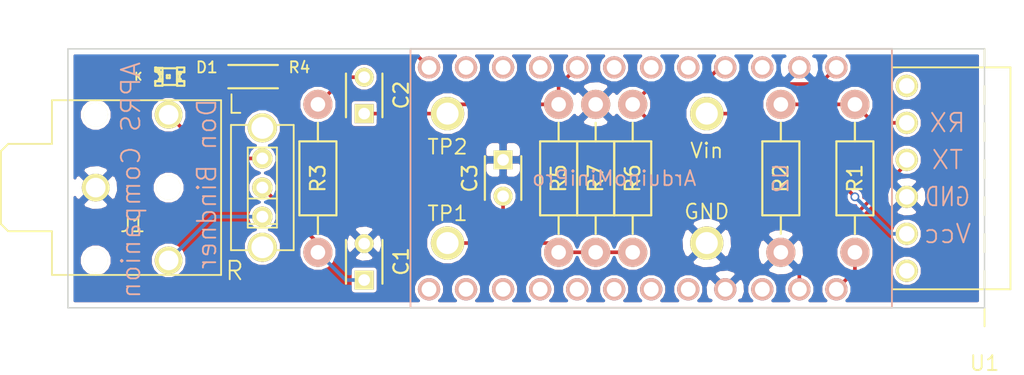
<source format=kicad_pcb>
(kicad_pcb (version 4) (host pcbnew no-vcs-found-product)

  (general
    (links 30)
    (no_connects 0)
    (area 126.586499 101.1333 197.210262 127.3397)
    (thickness 1.6)
    (drawings 13)
    (tracks 53)
    (zones 0)
    (modules 19)
    (nets 33)
  )

  (page A4)
  (layers
    (0 F.Cu signal)
    (31 B.Cu signal)
    (32 B.Adhes user)
    (33 F.Adhes user)
    (34 B.Paste user)
    (35 F.Paste user)
    (36 B.SilkS user)
    (37 F.SilkS user)
    (38 B.Mask user)
    (39 F.Mask user)
    (40 Dwgs.User user)
    (41 Cmts.User user)
    (42 Eco1.User user)
    (43 Eco2.User user)
    (44 Edge.Cuts user)
    (45 Margin user)
    (46 B.CrtYd user)
    (47 F.CrtYd user)
    (48 B.Fab user)
    (49 F.Fab user)
  )

  (setup
    (last_trace_width 0.25)
    (trace_clearance 0.2)
    (zone_clearance 0.2032)
    (zone_45_only no)
    (trace_min 0.2)
    (segment_width 0.2)
    (edge_width 0.1)
    (via_size 0.6)
    (via_drill 0.4)
    (via_min_size 0.4)
    (via_min_drill 0.3)
    (uvia_size 0.3)
    (uvia_drill 0.1)
    (uvias_allowed no)
    (uvia_min_size 0.2)
    (uvia_min_drill 0.1)
    (pcb_text_width 0.127)
    (pcb_text_size 1.27 1.27)
    (mod_edge_width 0.15)
    (mod_text_size 1.016 1.016)
    (mod_text_width 0.127)
    (pad_size 1.5 1.5)
    (pad_drill 0.6)
    (pad_to_mask_clearance 0)
    (aux_axis_origin 0 0)
    (visible_elements 7FFFFFFF)
    (pcbplotparams
      (layerselection 0x310fc_80000001)
      (usegerberextensions true)
      (excludeedgelayer true)
      (linewidth 0.127000)
      (plotframeref false)
      (viasonmask false)
      (mode 1)
      (useauxorigin false)
      (hpglpennumber 1)
      (hpglpenspeed 20)
      (hpglpendiameter 15)
      (hpglpenoverlay 2)
      (psnegative false)
      (psa4output false)
      (plotreference true)
      (plotvalue true)
      (plotinvisibletext false)
      (padsonsilk false)
      (subtractmaskfromsilk false)
      (outputformat 1)
      (mirror false)
      (drillshape 0)
      (scaleselection 1)
      (outputdirectory gerbers/))
  )

  (net 0 "")
  (net 1 "Net-(C1-Pad1)")
  (net 2 GND)
  (net 3 off_audio)
  (net 4 "Net-(C2-Pad2)")
  (net 5 "Net-(D1-Pad2)")
  (net 6 "Net-(J1-Pad3)")
  (net 7 "Net-(J1-Pad2)")
  (net 8 +5V)
  (net 9 tx328)
  (net 10 "Net-(R1-Pad2)")
  (net 11 "Net-(R4-Pad2)")
  (net 12 "Net-(U1-Pad1)")
  (net 13 rx328)
  (net 14 "Net-(U1-Pad6)")
  (net 15 "Net-(U2-Pad24)")
  (net 16 "Net-(U2-Pad25)")
  (net 17 "Net-(U2-Pad27)")
  (net 18 "Net-(U2-Pad28)")
  (net 19 "Net-(U2-Pad29)")
  (net 20 "Net-(U2-Pad23)")
  (net 21 "Net-(U2-Pad21)")
  (net 22 "Net-(U2-Pad10)")
  (net 23 "Net-(U2-Pad8)")
  (net 24 "Net-(U2-Pad6)")
  (net 25 "Net-(U2-Pad7)")
  (net 26 "Net-(U2-Pad5)")
  (net 27 "Net-(U2-Pad4)")
  (net 28 "Net-(U2-Pad3)")
  (net 29 "Net-(U2-Pad1)")
  (net 30 Vin)
  (net 31 "Net-(U2-Pad2)")
  (net 32 bias_vol)

  (net_class Default "This is the default net class."
    (clearance 0.2)
    (trace_width 0.25)
    (via_dia 0.6)
    (via_drill 0.4)
    (uvia_dia 0.3)
    (uvia_drill 0.1)
    (add_net +5V)
    (add_net GND)
    (add_net "Net-(C1-Pad1)")
    (add_net "Net-(C2-Pad2)")
    (add_net "Net-(D1-Pad2)")
    (add_net "Net-(J1-Pad2)")
    (add_net "Net-(J1-Pad3)")
    (add_net "Net-(R1-Pad2)")
    (add_net "Net-(R4-Pad2)")
    (add_net "Net-(U1-Pad1)")
    (add_net "Net-(U1-Pad6)")
    (add_net "Net-(U2-Pad1)")
    (add_net "Net-(U2-Pad10)")
    (add_net "Net-(U2-Pad2)")
    (add_net "Net-(U2-Pad21)")
    (add_net "Net-(U2-Pad23)")
    (add_net "Net-(U2-Pad24)")
    (add_net "Net-(U2-Pad25)")
    (add_net "Net-(U2-Pad27)")
    (add_net "Net-(U2-Pad28)")
    (add_net "Net-(U2-Pad29)")
    (add_net "Net-(U2-Pad3)")
    (add_net "Net-(U2-Pad4)")
    (add_net "Net-(U2-Pad5)")
    (add_net "Net-(U2-Pad6)")
    (add_net "Net-(U2-Pad7)")
    (add_net "Net-(U2-Pad8)")
    (add_net Vin)
    (add_net bias_vol)
    (add_net off_audio)
    (add_net rx328)
    (add_net tx328)
  )

  (module Capacitors_ThroughHole:C_Disc_D3_P2.5 (layer F.Cu) (tedit 55AD888B) (tstamp 55AB0378)
    (at 151.765 120.65 90)
    (descr "Capacitor 3mm Disc, Pitch 2.5mm")
    (tags Capacitor)
    (path /55AAC7E8)
    (fp_text reference C1 (at 1.27 2.54 270) (layer F.SilkS)
      (effects (font (size 1 1) (thickness 0.15)))
    )
    (fp_text value 220nF (at 1.27 0 90) (layer F.Fab)
      (effects (font (size 1 1) (thickness 0.15)))
    )
    (fp_line (start -0.9 -1.5) (end 3.4 -1.5) (layer F.CrtYd) (width 0.05))
    (fp_line (start 3.4 -1.5) (end 3.4 1.5) (layer F.CrtYd) (width 0.05))
    (fp_line (start 3.4 1.5) (end -0.9 1.5) (layer F.CrtYd) (width 0.05))
    (fp_line (start -0.9 1.5) (end -0.9 -1.5) (layer F.CrtYd) (width 0.05))
    (fp_line (start -0.25 -1.25) (end 2.75 -1.25) (layer F.SilkS) (width 0.15))
    (fp_line (start 2.75 1.25) (end -0.25 1.25) (layer F.SilkS) (width 0.15))
    (pad 1 thru_hole rect (at 0 0 90) (size 1.3 1.3) (drill 0.8) (layers *.Cu *.Mask F.SilkS)
      (net 1 "Net-(C1-Pad1)"))
    (pad 2 thru_hole circle (at 2.5 0 90) (size 1.3 1.3) (drill 0.8001) (layers *.Cu *.Mask F.SilkS)
      (net 2 GND))
    (model Capacitors_ThroughHole.3dshapes/C_Disc_D3_P2.5.wrl
      (at (xyz 0.0492126 0 0))
      (scale (xyz 1 1 1))
      (rotate (xyz 0 0 0))
    )
  )

  (module Capacitors_ThroughHole:C_Disc_D3_P2.5 (layer F.Cu) (tedit 55AD8892) (tstamp 55AB037E)
    (at 151.765 109.22 90)
    (descr "Capacitor 3mm Disc, Pitch 2.5mm")
    (tags Capacitor)
    (path /55AAC923)
    (fp_text reference C2 (at 1.27 2.54 270) (layer F.SilkS)
      (effects (font (size 1 1) (thickness 0.15)))
    )
    (fp_text value 220nF (at 1.27 0 90) (layer F.Fab)
      (effects (font (size 1 1) (thickness 0.15)))
    )
    (fp_line (start -0.9 -1.5) (end 3.4 -1.5) (layer F.CrtYd) (width 0.05))
    (fp_line (start 3.4 -1.5) (end 3.4 1.5) (layer F.CrtYd) (width 0.05))
    (fp_line (start 3.4 1.5) (end -0.9 1.5) (layer F.CrtYd) (width 0.05))
    (fp_line (start -0.9 1.5) (end -0.9 -1.5) (layer F.CrtYd) (width 0.05))
    (fp_line (start -0.25 -1.25) (end 2.75 -1.25) (layer F.SilkS) (width 0.15))
    (fp_line (start 2.75 1.25) (end -0.25 1.25) (layer F.SilkS) (width 0.15))
    (pad 1 thru_hole rect (at 0 0 90) (size 1.3 1.3) (drill 0.8) (layers *.Cu *.Mask F.SilkS)
      (net 3 off_audio))
    (pad 2 thru_hole circle (at 2.5 0 90) (size 1.3 1.3) (drill 0.8001) (layers *.Cu *.Mask F.SilkS)
      (net 4 "Net-(C2-Pad2)"))
    (model Capacitors_ThroughHole.3dshapes/C_Disc_D3_P2.5.wrl
      (at (xyz 0.0492126 0 0))
      (scale (xyz 1 1 1))
      (rotate (xyz 0 0 0))
    )
  )

  (module Capacitors_ThroughHole:C_Disc_D3_P2.5 (layer F.Cu) (tedit 55ADC0A5) (tstamp 55AB0384)
    (at 161.29 112.395 270)
    (descr "Capacitor 3mm Disc, Pitch 2.5mm")
    (tags Capacitor)
    (path /55AACCCE)
    (fp_text reference C3 (at 1.27 2.286 450) (layer F.SilkS)
      (effects (font (size 1 1) (thickness 0.15)))
    )
    (fp_text value 1uF (at 1.27 0 270) (layer F.Fab)
      (effects (font (size 1 1) (thickness 0.15)))
    )
    (fp_line (start -0.9 -1.5) (end 3.4 -1.5) (layer F.CrtYd) (width 0.05))
    (fp_line (start 3.4 -1.5) (end 3.4 1.5) (layer F.CrtYd) (width 0.05))
    (fp_line (start 3.4 1.5) (end -0.9 1.5) (layer F.CrtYd) (width 0.05))
    (fp_line (start -0.9 1.5) (end -0.9 -1.5) (layer F.CrtYd) (width 0.05))
    (fp_line (start -0.25 -1.25) (end 2.75 -1.25) (layer F.SilkS) (width 0.15))
    (fp_line (start 2.75 1.25) (end -0.25 1.25) (layer F.SilkS) (width 0.15))
    (pad 1 thru_hole rect (at 0 0 270) (size 1.3 1.3) (drill 0.8) (layers *.Cu *.Mask F.SilkS)
      (net 2 GND))
    (pad 2 thru_hole circle (at 2.5 0 270) (size 1.3 1.3) (drill 0.8001) (layers *.Cu *.Mask F.SilkS)
      (net 32 bias_vol))
    (model Capacitors_ThroughHole.3dshapes/C_Disc_D3_P2.5.wrl
      (at (xyz 0.0492126 0 0))
      (scale (xyz 1 1 1))
      (rotate (xyz 0 0 0))
    )
  )

  (module DonB:STX-3120-3B (layer F.Cu) (tedit 55AAF497) (tstamp 55AB03A0)
    (at 133.35 114.3)
    (path /55AAC6D7)
    (fp_text reference J1 (at 2.54 2.54) (layer F.SilkS)
      (effects (font (size 1.016 1.016) (thickness 0.127)))
    )
    (fp_text value TRS (at -3.81 -1.27) (layer F.Fab)
      (effects (font (size 1.016 1.016) (thickness 0.127)))
    )
    (fp_line (start -6 -3) (end -6.5 -2.5) (layer F.SilkS) (width 0.127))
    (fp_line (start -6.5 -2.5) (end -6.5 2.5) (layer F.SilkS) (width 0.127))
    (fp_line (start -6.5 2.5) (end -6 3) (layer F.SilkS) (width 0.127))
    (fp_line (start 0 6) (end 8.6 6) (layer F.SilkS) (width 0.127))
    (fp_line (start 8.6 6) (end 8.6 -6) (layer F.SilkS) (width 0.127))
    (fp_line (start 8.6 -6) (end 0 -6) (layer F.SilkS) (width 0.127))
    (fp_line (start 0 6) (end -3 6) (layer F.SilkS) (width 0.127))
    (fp_line (start -3 6) (end -3 3) (layer F.SilkS) (width 0.127))
    (fp_line (start -3 3) (end -6 3) (layer F.SilkS) (width 0.127))
    (fp_line (start 0 -6) (end -3 -6) (layer F.SilkS) (width 0.127))
    (fp_line (start -3 -6) (end -3 -3) (layer F.SilkS) (width 0.127))
    (fp_line (start -3 -3) (end -6 -3) (layer F.SilkS) (width 0.127))
    (pad 1 thru_hole circle (at 0 0) (size 1.9 1.9) (drill 1.35) (layers *.Cu *.Mask F.SilkS)
      (net 2 GND))
    (pad 3 thru_hole circle (at 5 5) (size 1.9 1.9) (drill 1.35) (layers *.Cu *.Mask F.SilkS)
      (net 6 "Net-(J1-Pad3)"))
    (pad 2 thru_hole circle (at 5 -5) (size 1.9 1.9) (drill 1.35) (layers *.Cu *.Mask F.SilkS)
      (net 7 "Net-(J1-Pad2)"))
    (pad "" np_thru_hole circle (at 0 5) (size 1.65 1.65) (drill 1.65) (layers *.Cu *.Mask F.SilkS))
    (pad "" np_thru_hole circle (at 0 -5) (size 1.65 1.65) (drill 1.65) (layers *.Cu *.Mask F.SilkS))
    (pad "" np_thru_hole circle (at 5 0) (size 1.65 1.65) (drill 1.65) (layers *.Cu *.Mask F.SilkS))
  )

  (module DonB:1pin (layer F.Cu) (tedit 55AD8FE4) (tstamp 55AB03A5)
    (at 175.26 118.11)
    (descr "module 1 pin (ou trou mecanique de percage)")
    (tags DEV)
    (path /55AAF1BB)
    (fp_text reference P1 (at 0 -3.048) (layer F.SilkS) hide
      (effects (font (size 1.016 1.016) (thickness 0.127)))
    )
    (fp_text value GND (at 0 -2.159) (layer F.SilkS)
      (effects (font (size 1.016 1.016) (thickness 0.127)))
    )
    (pad 1 thru_hole circle (at 0 0) (size 2.286 2.286) (drill 1.5113) (layers *.Cu *.Mask F.SilkS)
      (net 2 GND) (clearance 0.254))
  )

  (module DonB:1pin (layer F.Cu) (tedit 55AD8FC8) (tstamp 55AB03AA)
    (at 175.26 109.22)
    (descr "module 1 pin (ou trou mecanique de percage)")
    (tags DEV)
    (path /55AAF216)
    (fp_text reference P2 (at 0 -3.048) (layer F.SilkS) hide
      (effects (font (size 1.016 1.016) (thickness 0.127)))
    )
    (fp_text value Vin (at 0 2.54) (layer F.SilkS)
      (effects (font (size 1.016 1.016) (thickness 0.127)))
    )
    (pad 1 thru_hole circle (at 0 0) (size 2.286 2.286) (drill 1.5113) (layers *.Cu *.Mask F.SilkS)
      (net 30 Vin) (clearance 0.254))
  )

  (module Resistors_ThroughHole:Resistor_Horizontal_RM10mm (layer F.Cu) (tedit 55AB0D52) (tstamp 55AB03B0)
    (at 185.42 113.665 90)
    (descr "Resistor, Axial,  RM 10mm, 1/3W,")
    (tags "Resistor, Axial, RM 10mm, 1/3W,")
    (path /55AAE5FC)
    (fp_text reference R1 (at 0 0 90) (layer F.SilkS)
      (effects (font (size 1 1) (thickness 0.15)))
    )
    (fp_text value 1K (at 0 0 90) (layer F.Fab)
      (effects (font (size 1 1) (thickness 0.15)))
    )
    (fp_line (start -2.54 -1.27) (end 2.54 -1.27) (layer F.SilkS) (width 0.15))
    (fp_line (start 2.54 -1.27) (end 2.54 1.27) (layer F.SilkS) (width 0.15))
    (fp_line (start 2.54 1.27) (end -2.54 1.27) (layer F.SilkS) (width 0.15))
    (fp_line (start -2.54 1.27) (end -2.54 -1.27) (layer F.SilkS) (width 0.15))
    (fp_line (start -2.54 0) (end -3.81 0) (layer F.SilkS) (width 0.15))
    (fp_line (start 2.54 0) (end 3.81 0) (layer F.SilkS) (width 0.15))
    (pad 1 thru_hole circle (at -5.08 0 90) (size 1.99898 1.99898) (drill 1.00076) (layers *.Cu *.SilkS *.Mask)
      (net 9 tx328))
    (pad 2 thru_hole circle (at 5.08 0 90) (size 1.99898 1.99898) (drill 1.00076) (layers *.Cu *.SilkS *.Mask)
      (net 10 "Net-(R1-Pad2)"))
    (model Resistors_ThroughHole.3dshapes/Resistor_Horizontal_RM10mm.wrl
      (at (xyz 0 0 0))
      (scale (xyz 0.4 0.4 0.4))
      (rotate (xyz 0 0 0))
    )
  )

  (module Resistors_ThroughHole:Resistor_Horizontal_RM10mm (layer F.Cu) (tedit 55AB0D56) (tstamp 55AB03B6)
    (at 180.34 113.665 270)
    (descr "Resistor, Axial,  RM 10mm, 1/3W,")
    (tags "Resistor, Axial, RM 10mm, 1/3W,")
    (path /55AAE4FC)
    (fp_text reference R2 (at 0 0 270) (layer F.SilkS)
      (effects (font (size 1 1) (thickness 0.15)))
    )
    (fp_text value 2K (at 0 0 270) (layer F.Fab)
      (effects (font (size 1 1) (thickness 0.15)))
    )
    (fp_line (start -2.54 -1.27) (end 2.54 -1.27) (layer F.SilkS) (width 0.15))
    (fp_line (start 2.54 -1.27) (end 2.54 1.27) (layer F.SilkS) (width 0.15))
    (fp_line (start 2.54 1.27) (end -2.54 1.27) (layer F.SilkS) (width 0.15))
    (fp_line (start -2.54 1.27) (end -2.54 -1.27) (layer F.SilkS) (width 0.15))
    (fp_line (start -2.54 0) (end -3.81 0) (layer F.SilkS) (width 0.15))
    (fp_line (start 2.54 0) (end 3.81 0) (layer F.SilkS) (width 0.15))
    (pad 1 thru_hole circle (at -5.08 0 270) (size 1.99898 1.99898) (drill 1.00076) (layers *.Cu *.SilkS *.Mask)
      (net 10 "Net-(R1-Pad2)"))
    (pad 2 thru_hole circle (at 5.08 0 270) (size 1.99898 1.99898) (drill 1.00076) (layers *.Cu *.SilkS *.Mask)
      (net 2 GND))
    (model Resistors_ThroughHole.3dshapes/Resistor_Horizontal_RM10mm.wrl
      (at (xyz 0 0 0))
      (scale (xyz 0.4 0.4 0.4))
      (rotate (xyz 0 0 0))
    )
  )

  (module Resistors_ThroughHole:Resistor_Horizontal_RM10mm (layer F.Cu) (tedit 55AB1478) (tstamp 55AB03BC)
    (at 148.59 113.665 270)
    (descr "Resistor, Axial,  RM 10mm, 1/3W,")
    (tags "Resistor, Axial, RM 10mm, 1/3W,")
    (path /55AAC7C4)
    (fp_text reference R3 (at 0 0 270) (layer F.SilkS)
      (effects (font (size 1 1) (thickness 0.15)))
    )
    (fp_text value 220R (at 0 0 270) (layer F.Fab)
      (effects (font (size 1 1) (thickness 0.15)))
    )
    (fp_line (start -2.54 -1.27) (end 2.54 -1.27) (layer F.SilkS) (width 0.15))
    (fp_line (start 2.54 -1.27) (end 2.54 1.27) (layer F.SilkS) (width 0.15))
    (fp_line (start 2.54 1.27) (end -2.54 1.27) (layer F.SilkS) (width 0.15))
    (fp_line (start -2.54 1.27) (end -2.54 -1.27) (layer F.SilkS) (width 0.15))
    (fp_line (start -2.54 0) (end -3.81 0) (layer F.SilkS) (width 0.15))
    (fp_line (start 2.54 0) (end 3.81 0) (layer F.SilkS) (width 0.15))
    (pad 1 thru_hole circle (at -5.08 0 270) (size 1.99898 1.99898) (drill 1.00076) (layers *.Cu *.SilkS *.Mask)
      (net 4 "Net-(C2-Pad2)"))
    (pad 2 thru_hole circle (at 5.08 0 270) (size 1.99898 1.99898) (drill 1.00076) (layers *.Cu *.SilkS *.Mask)
      (net 1 "Net-(C1-Pad1)"))
    (model Resistors_ThroughHole.3dshapes/Resistor_Horizontal_RM10mm.wrl
      (at (xyz 0 0 0))
      (scale (xyz 0.4 0.4 0.4))
      (rotate (xyz 0 0 0))
    )
  )

  (module Resistors_ThroughHole:Resistor_Horizontal_RM10mm (layer F.Cu) (tedit 55AB08F4) (tstamp 55AB03C8)
    (at 165.1 113.665 90)
    (descr "Resistor, Axial,  RM 10mm, 1/3W,")
    (tags "Resistor, Axial, RM 10mm, 1/3W,")
    (path /55AAC97D)
    (fp_text reference R5 (at 0 0 90) (layer F.SilkS)
      (effects (font (size 1 1) (thickness 0.15)))
    )
    (fp_text value 680R (at 0 0 90) (layer F.Fab)
      (effects (font (size 1 1) (thickness 0.15)))
    )
    (fp_line (start -2.54 -1.27) (end 2.54 -1.27) (layer F.SilkS) (width 0.15))
    (fp_line (start 2.54 -1.27) (end 2.54 1.27) (layer F.SilkS) (width 0.15))
    (fp_line (start 2.54 1.27) (end -2.54 1.27) (layer F.SilkS) (width 0.15))
    (fp_line (start -2.54 1.27) (end -2.54 -1.27) (layer F.SilkS) (width 0.15))
    (fp_line (start -2.54 0) (end -3.81 0) (layer F.SilkS) (width 0.15))
    (fp_line (start 2.54 0) (end 3.81 0) (layer F.SilkS) (width 0.15))
    (pad 1 thru_hole circle (at -5.08 0 90) (size 1.99898 1.99898) (drill 1.00076) (layers *.Cu *.SilkS *.Mask)
      (net 32 bias_vol))
    (pad 2 thru_hole circle (at 5.08 0 90) (size 1.99898 1.99898) (drill 1.00076) (layers *.Cu *.SilkS *.Mask)
      (net 3 off_audio))
    (model Resistors_ThroughHole.3dshapes/Resistor_Horizontal_RM10mm.wrl
      (at (xyz 0 0 0))
      (scale (xyz 0.4 0.4 0.4))
      (rotate (xyz 0 0 0))
    )
  )

  (module Resistors_ThroughHole:Resistor_Horizontal_RM10mm (layer F.Cu) (tedit 55AB08F9) (tstamp 55AB03CE)
    (at 170.18 113.665 90)
    (descr "Resistor, Axial,  RM 10mm, 1/3W,")
    (tags "Resistor, Axial, RM 10mm, 1/3W,")
    (path /55AAC9E0)
    (fp_text reference R6 (at 0 0 90) (layer F.SilkS)
      (effects (font (size 1 1) (thickness 0.15)))
    )
    (fp_text value 47K (at 0 0 90) (layer F.Fab)
      (effects (font (size 1 1) (thickness 0.15)))
    )
    (fp_line (start -2.54 -1.27) (end 2.54 -1.27) (layer F.SilkS) (width 0.15))
    (fp_line (start 2.54 -1.27) (end 2.54 1.27) (layer F.SilkS) (width 0.15))
    (fp_line (start 2.54 1.27) (end -2.54 1.27) (layer F.SilkS) (width 0.15))
    (fp_line (start -2.54 1.27) (end -2.54 -1.27) (layer F.SilkS) (width 0.15))
    (fp_line (start -2.54 0) (end -3.81 0) (layer F.SilkS) (width 0.15))
    (fp_line (start 2.54 0) (end 3.81 0) (layer F.SilkS) (width 0.15))
    (pad 1 thru_hole circle (at -5.08 0 90) (size 1.99898 1.99898) (drill 1.00076) (layers *.Cu *.SilkS *.Mask)
      (net 32 bias_vol))
    (pad 2 thru_hole circle (at 5.08 0 90) (size 1.99898 1.99898) (drill 1.00076) (layers *.Cu *.SilkS *.Mask)
      (net 8 +5V))
    (model Resistors_ThroughHole.3dshapes/Resistor_Horizontal_RM10mm.wrl
      (at (xyz 0 0 0))
      (scale (xyz 0.4 0.4 0.4))
      (rotate (xyz 0 0 0))
    )
  )

  (module Resistors_ThroughHole:Resistor_Horizontal_RM10mm (layer F.Cu) (tedit 55AB08FD) (tstamp 55AB03D4)
    (at 167.64 113.665 270)
    (descr "Resistor, Axial,  RM 10mm, 1/3W,")
    (tags "Resistor, Axial, RM 10mm, 1/3W,")
    (path /55AACA1C)
    (fp_text reference R7 (at 0 0 270) (layer F.SilkS)
      (effects (font (size 1 1) (thickness 0.15)))
    )
    (fp_text value 47K (at 0 0 270) (layer F.Fab)
      (effects (font (size 1 1) (thickness 0.15)))
    )
    (fp_line (start -2.54 -1.27) (end 2.54 -1.27) (layer F.SilkS) (width 0.15))
    (fp_line (start 2.54 -1.27) (end 2.54 1.27) (layer F.SilkS) (width 0.15))
    (fp_line (start 2.54 1.27) (end -2.54 1.27) (layer F.SilkS) (width 0.15))
    (fp_line (start -2.54 1.27) (end -2.54 -1.27) (layer F.SilkS) (width 0.15))
    (fp_line (start -2.54 0) (end -3.81 0) (layer F.SilkS) (width 0.15))
    (fp_line (start 2.54 0) (end 3.81 0) (layer F.SilkS) (width 0.15))
    (pad 1 thru_hole circle (at -5.08 0 270) (size 1.99898 1.99898) (drill 1.00076) (layers *.Cu *.SilkS *.Mask)
      (net 2 GND))
    (pad 2 thru_hole circle (at 5.08 0 270) (size 1.99898 1.99898) (drill 1.00076) (layers *.Cu *.SilkS *.Mask)
      (net 32 bias_vol))
    (model Resistors_ThroughHole.3dshapes/Resistor_Horizontal_RM10mm.wrl
      (at (xyz 0 0 0))
      (scale (xyz 0.4 0.4 0.4))
      (rotate (xyz 0 0 0))
    )
  )

  (module DonB:OS102011 (layer F.Cu) (tedit 55AAF49F) (tstamp 55AB03E7)
    (at 144.78 114.3 270)
    (path /55AACF08)
    (fp_text reference SW1 (at 0 -4 270) (layer F.SilkS) hide
      (effects (font (size 1.27 1.27) (thickness 0.127)))
    )
    (fp_text value Switch_SPDT_x2 (at 0 3.75 270) (layer F.SilkS) hide
      (effects (font (size 1.016 1.016) (thickness 0.127)))
    )
    (fp_line (start 2.5 -1) (end 2.5 1) (layer F.SilkS) (width 0.127))
    (fp_line (start 0.75 -1) (end 0.75 1) (layer F.SilkS) (width 0.127))
    (fp_line (start -2.75 -1) (end 2.75 -1) (layer F.SilkS) (width 0.127))
    (fp_line (start 2.75 -1) (end 2.75 1) (layer F.SilkS) (width 0.127))
    (fp_line (start 2.75 1) (end -2.75 1) (layer F.SilkS) (width 0.127))
    (fp_line (start -2.75 1) (end -2.75 -1) (layer F.SilkS) (width 0.127))
    (fp_line (start -4.3 -2.15) (end 4.3 -2.15) (layer F.SilkS) (width 0.127))
    (fp_line (start 4.3 -2.15) (end 4.3 2.15) (layer F.SilkS) (width 0.127))
    (fp_line (start 4.3 2.15) (end -4.3 2.15) (layer F.SilkS) (width 0.127))
    (fp_line (start -4.3 2.15) (end -4.3 -2.15) (layer F.SilkS) (width 0.127))
    (pad 2 thru_hole circle (at 0 0 270) (size 1.397 1.397) (drill 0.8128) (layers *.Cu *.Mask F.SilkS)
      (net 1 "Net-(C1-Pad1)"))
    (pad 3 thru_hole circle (at 2 0 270) (size 1.397 1.397) (drill 0.8128) (layers *.Cu *.Mask F.SilkS)
      (net 6 "Net-(J1-Pad3)"))
    (pad 1 thru_hole circle (at -2 0 270) (size 1.397 1.397) (drill 0.8128) (layers *.Cu *.Mask F.SilkS)
      (net 7 "Net-(J1-Pad2)"))
    (pad 4 thru_hole circle (at -4.1 0 270) (size 2 2) (drill 1.5) (layers *.Cu *.Mask F.SilkS))
    (pad 5 thru_hole circle (at 4.1 0 270) (size 2 2) (drill 1.5) (layers *.Cu *.Mask F.SilkS))
  )

  (module DonB:Molex-22-15-2066 (layer F.Cu) (tedit 55A998B3) (tstamp 55AB03FD)
    (at 194.31 113.665)
    (path /55AADB32)
    (fp_text reference U1 (at 0 12.7) (layer F.SilkS)
      (effects (font (size 1.016 1.016) (thickness 0.127)))
    )
    (fp_text value HC-05 (at 0 -11.43) (layer F.Fab)
      (effects (font (size 1.016 1.016) (thickness 0.127)))
    )
    (fp_line (start -6.35 -7.62) (end 1.778 -7.62) (layer F.SilkS) (width 0.127))
    (fp_line (start 1.778 -7.62) (end 1.778 7.62) (layer F.SilkS) (width 0.127))
    (fp_line (start 1.778 7.62) (end -6.35 7.62) (layer F.SilkS) (width 0.127))
    (fp_line (start -6.35 7.62) (end -6.35 -7.62) (layer F.SilkS) (width 0.127))
    (fp_line (start 0 8.89) (end 0 10.16) (layer F.SilkS) (width 0.127))
    (fp_line (start 0 6.35) (end 0 7.62) (layer F.SilkS) (width 0.127))
    (fp_line (start 0 3.81) (end 0 5.08) (layer F.SilkS) (width 0.127))
    (fp_line (start 0 1.27) (end 0 2.54) (layer F.SilkS) (width 0.127))
    (fp_line (start 0 -1.27) (end 0 0) (layer F.SilkS) (width 0.127))
    (fp_line (start 0 -3.81) (end 0 -2.54) (layer F.SilkS) (width 0.127))
    (fp_line (start 0 -6.35) (end 0 -5.08) (layer F.SilkS) (width 0.127))
    (fp_line (start 0 -8.89) (end 0 -7.62) (layer F.SilkS) (width 0.127))
    (pad 1 thru_hole circle (at -5.334 -6.35) (size 1.524 1.524) (drill 1.0668) (layers *.Cu *.Mask F.SilkS)
      (net 12 "Net-(U1-Pad1)"))
    (pad 2 thru_hole circle (at -5.334 -3.81) (size 1.524 1.524) (drill 1.0668) (layers *.Cu *.Mask F.SilkS)
      (net 10 "Net-(R1-Pad2)"))
    (pad 3 thru_hole circle (at -5.334 -1.27) (size 1.524 1.524) (drill 1.0668) (layers *.Cu *.Mask F.SilkS)
      (net 13 rx328))
    (pad 4 thru_hole circle (at -5.334 1.27) (size 1.524 1.524) (drill 1.0668) (layers *.Cu *.Mask F.SilkS)
      (net 2 GND))
    (pad 5 thru_hole circle (at -5.334 3.81) (size 1.524 1.524) (drill 1.0668) (layers *.Cu *.Mask F.SilkS)
      (net 8 +5V))
    (pad 6 thru_hole circle (at -5.334 6.35) (size 1.524 1.524) (drill 1.0668) (layers *.Cu *.Mask F.SilkS)
      (net 14 "Net-(U1-Pad6)"))
  )

  (module LEDs:LED-0805 (layer F.Cu) (tedit 55AD8B8B) (tstamp 55AD9107)
    (at 138.43 106.68)
    (descr "LED 0805 smd package")
    (tags "LED 0805 SMD")
    (path /55AAD9F9)
    (attr smd)
    (fp_text reference D1 (at 2.54 -0.635) (layer F.SilkS)
      (effects (font (size 0.762 0.762) (thickness 0.127)))
    )
    (fp_text value RX (at 0 0) (layer F.Fab)
      (effects (font (size 1 1) (thickness 0.15)))
    )
    (fp_line (start -0.49784 0.29972) (end -0.49784 0.62484) (layer F.SilkS) (width 0.15))
    (fp_line (start -0.49784 0.62484) (end -0.99822 0.62484) (layer F.SilkS) (width 0.15))
    (fp_line (start -0.99822 0.29972) (end -0.99822 0.62484) (layer F.SilkS) (width 0.15))
    (fp_line (start -0.49784 0.29972) (end -0.99822 0.29972) (layer F.SilkS) (width 0.15))
    (fp_line (start -0.49784 -0.32258) (end -0.49784 -0.17272) (layer F.SilkS) (width 0.15))
    (fp_line (start -0.49784 -0.17272) (end -0.7493 -0.17272) (layer F.SilkS) (width 0.15))
    (fp_line (start -0.7493 -0.32258) (end -0.7493 -0.17272) (layer F.SilkS) (width 0.15))
    (fp_line (start -0.49784 -0.32258) (end -0.7493 -0.32258) (layer F.SilkS) (width 0.15))
    (fp_line (start -0.49784 0.17272) (end -0.49784 0.32258) (layer F.SilkS) (width 0.15))
    (fp_line (start -0.49784 0.32258) (end -0.7493 0.32258) (layer F.SilkS) (width 0.15))
    (fp_line (start -0.7493 0.17272) (end -0.7493 0.32258) (layer F.SilkS) (width 0.15))
    (fp_line (start -0.49784 0.17272) (end -0.7493 0.17272) (layer F.SilkS) (width 0.15))
    (fp_line (start -0.49784 -0.19812) (end -0.49784 0.19812) (layer F.SilkS) (width 0.15))
    (fp_line (start -0.49784 0.19812) (end -0.6731 0.19812) (layer F.SilkS) (width 0.15))
    (fp_line (start -0.6731 -0.19812) (end -0.6731 0.19812) (layer F.SilkS) (width 0.15))
    (fp_line (start -0.49784 -0.19812) (end -0.6731 -0.19812) (layer F.SilkS) (width 0.15))
    (fp_line (start 0.99822 0.29972) (end 0.99822 0.62484) (layer F.SilkS) (width 0.15))
    (fp_line (start 0.99822 0.62484) (end 0.49784 0.62484) (layer F.SilkS) (width 0.15))
    (fp_line (start 0.49784 0.29972) (end 0.49784 0.62484) (layer F.SilkS) (width 0.15))
    (fp_line (start 0.99822 0.29972) (end 0.49784 0.29972) (layer F.SilkS) (width 0.15))
    (fp_line (start 0.99822 -0.62484) (end 0.99822 -0.29972) (layer F.SilkS) (width 0.15))
    (fp_line (start 0.99822 -0.29972) (end 0.49784 -0.29972) (layer F.SilkS) (width 0.15))
    (fp_line (start 0.49784 -0.62484) (end 0.49784 -0.29972) (layer F.SilkS) (width 0.15))
    (fp_line (start 0.99822 -0.62484) (end 0.49784 -0.62484) (layer F.SilkS) (width 0.15))
    (fp_line (start 0.7493 0.17272) (end 0.7493 0.32258) (layer F.SilkS) (width 0.15))
    (fp_line (start 0.7493 0.32258) (end 0.49784 0.32258) (layer F.SilkS) (width 0.15))
    (fp_line (start 0.49784 0.17272) (end 0.49784 0.32258) (layer F.SilkS) (width 0.15))
    (fp_line (start 0.7493 0.17272) (end 0.49784 0.17272) (layer F.SilkS) (width 0.15))
    (fp_line (start 0.7493 -0.32258) (end 0.7493 -0.17272) (layer F.SilkS) (width 0.15))
    (fp_line (start 0.7493 -0.17272) (end 0.49784 -0.17272) (layer F.SilkS) (width 0.15))
    (fp_line (start 0.49784 -0.32258) (end 0.49784 -0.17272) (layer F.SilkS) (width 0.15))
    (fp_line (start 0.7493 -0.32258) (end 0.49784 -0.32258) (layer F.SilkS) (width 0.15))
    (fp_line (start 0.6731 -0.19812) (end 0.6731 0.19812) (layer F.SilkS) (width 0.15))
    (fp_line (start 0.6731 0.19812) (end 0.49784 0.19812) (layer F.SilkS) (width 0.15))
    (fp_line (start 0.49784 -0.19812) (end 0.49784 0.19812) (layer F.SilkS) (width 0.15))
    (fp_line (start 0.6731 -0.19812) (end 0.49784 -0.19812) (layer F.SilkS) (width 0.15))
    (fp_line (start 0 -0.09906) (end 0 0.09906) (layer F.SilkS) (width 0.15))
    (fp_line (start 0 0.09906) (end -0.19812 0.09906) (layer F.SilkS) (width 0.15))
    (fp_line (start -0.19812 -0.09906) (end -0.19812 0.09906) (layer F.SilkS) (width 0.15))
    (fp_line (start 0 -0.09906) (end -0.19812 -0.09906) (layer F.SilkS) (width 0.15))
    (fp_line (start -0.49784 -0.59944) (end -0.49784 -0.29972) (layer F.SilkS) (width 0.15))
    (fp_line (start -0.49784 -0.29972) (end -0.79756 -0.29972) (layer F.SilkS) (width 0.15))
    (fp_line (start -0.79756 -0.59944) (end -0.79756 -0.29972) (layer F.SilkS) (width 0.15))
    (fp_line (start -0.49784 -0.59944) (end -0.79756 -0.59944) (layer F.SilkS) (width 0.15))
    (fp_line (start -0.92456 -0.62484) (end -0.92456 -0.39878) (layer F.SilkS) (width 0.15))
    (fp_line (start -0.92456 -0.39878) (end -0.99822 -0.39878) (layer F.SilkS) (width 0.15))
    (fp_line (start -0.99822 -0.62484) (end -0.99822 -0.39878) (layer F.SilkS) (width 0.15))
    (fp_line (start -0.92456 -0.62484) (end -0.99822 -0.62484) (layer F.SilkS) (width 0.15))
    (fp_line (start -0.52324 0.57404) (end 0.52324 0.57404) (layer F.SilkS) (width 0.15))
    (fp_line (start 0.49784 -0.57404) (end -0.92456 -0.57404) (layer F.SilkS) (width 0.15))
    (fp_circle (center -0.84836 -0.44958) (end -0.89916 -0.50038) (layer F.SilkS) (width 0.15))
    (fp_arc (start -0.99822 0) (end -0.99822 0.34798) (angle -180) (layer F.SilkS) (width 0.15))
    (fp_arc (start 0.99822 0) (end 0.99822 -0.34798) (angle -180) (layer F.SilkS) (width 0.15))
    (pad 2 smd rect (at 1.04902 0 180) (size 1.19888 1.19888) (layers F.Cu F.Paste F.Mask)
      (net 5 "Net-(D1-Pad2)"))
    (pad 1 smd rect (at -1.04902 0 180) (size 1.19888 1.19888) (layers F.Cu F.Paste F.Mask)
      (net 2 GND))
  )

  (module DonB:R_0805_HandSoldering (layer F.Cu) (tedit 55AD8B89) (tstamp 55AD9110)
    (at 144.145 106.68)
    (descr "Resistor, SMD, 0805, Hand soldering,")
    (tags "Resistor, SMD, 0805, Hand soldering,")
    (path /55AAD9C4)
    (attr smd)
    (fp_text reference R4 (at 3.175 -0.635) (layer F.SilkS)
      (effects (font (size 0.762 0.762) (thickness 0.127)))
    )
    (fp_text value 220R (at -0.3175 0.109999) (layer F.SilkS) hide
      (effects (font (size 1.016 1.016) (thickness 0.127)))
    )
    (fp_line (start -1.7 0.8) (end 1.7 0.8) (layer F.SilkS) (width 0.15))
    (fp_line (start -1.7 -0.8) (end 1.7 -0.8) (layer F.SilkS) (width 0.15))
    (fp_circle (center 0 0) (end 0.15 0) (layer F.Adhes) (width 0.3))
    (pad 1 smd rect (at -1.30048 0) (size 1.50114 1.19888) (layers F.Cu F.Paste F.Mask)
      (net 5 "Net-(D1-Pad2)"))
    (pad 2 smd rect (at 1.30048 0) (size 1.50114 1.19888) (layers F.Cu F.Paste F.Mask)
      (net 11 "Net-(R4-Pad2)"))
    (model smd/resistors/R0805/R0805.wrl
      (at (xyz 0 0 0))
      (scale (xyz 0.4 0.4 0.4))
      (rotate (xyz 0 0 0))
    )
  )

  (module DonB:Arduino_Mini_Pro_Skel (layer B.Cu) (tedit 55AF1757) (tstamp 55ADAF06)
    (at 171.45 113.665 90)
    (path /55AAD557)
    (fp_text reference U2 (at 0 8.89 90) (layer B.SilkS)
      (effects (font (size 1.016 1.016) (thickness 0.127)) (justify mirror))
    )
    (fp_text value ArduinoMiniPro (at 0 -2.54 180) (layer B.SilkS)
      (effects (font (size 1.016 1.016) (thickness 0.127)) (justify mirror))
    )
    (fp_circle (center -6.35 15.24) (end -6.35 15.875) (layer Cmts.User) (width 0.127))
    (fp_circle (center -3.81 15.24) (end -3.81 15.875) (layer Cmts.User) (width 0.127))
    (fp_circle (center -1.27 15.24) (end -1.27 15.875) (layer Cmts.User) (width 0.127))
    (fp_circle (center 1.27 15.24) (end 1.27 15.875) (layer Cmts.User) (width 0.127))
    (fp_circle (center 3.81 15.24) (end 3.81 15.875) (layer Cmts.User) (width 0.127))
    (fp_circle (center 6.35 15.24) (end 6.985 15.24) (layer Cmts.User) (width 0.127))
    (fp_line (start -8.89 -16.51) (end 8.89 -16.51) (layer B.SilkS) (width 0.127))
    (fp_line (start 8.89 -16.51) (end 8.89 16.51) (layer B.SilkS) (width 0.127))
    (fp_line (start 8.89 16.51) (end -8.89 16.51) (layer B.SilkS) (width 0.127))
    (fp_line (start -8.89 16.51) (end -8.89 -16.51) (layer B.SilkS) (width 0.127))
    (pad 24 thru_hole circle (at 7.62 0 90) (size 1.524 1.524) (drill 1.016) (layers *.Cu *.Mask B.SilkS)
      (net 15 "Net-(U2-Pad24)"))
    (pad 25 thru_hole circle (at 7.62 -2.54 90) (size 1.524 1.524) (drill 1.016) (layers *.Cu *.Mask B.SilkS)
      (net 16 "Net-(U2-Pad25)"))
    (pad 26 thru_hole circle (at 7.62 -5.08 90) (size 1.524 1.524) (drill 1.016) (layers *.Cu *.Mask B.SilkS)
      (net 3 off_audio))
    (pad 27 thru_hole circle (at 7.62 -7.62 90) (size 1.524 1.524) (drill 1.016) (layers *.Cu *.Mask B.SilkS)
      (net 17 "Net-(U2-Pad27)"))
    (pad 28 thru_hole circle (at 7.62 -10.16 90) (size 1.524 1.524) (drill 1.016) (layers *.Cu *.Mask B.SilkS)
      (net 18 "Net-(U2-Pad28)"))
    (pad 29 thru_hole circle (at 7.62 -12.7 90) (size 1.524 1.524) (drill 1.016) (layers *.Cu *.Mask B.SilkS)
      (net 19 "Net-(U2-Pad29)"))
    (pad 30 thru_hole circle (at 7.62 -15.24 90) (size 1.524 1.524) (drill 1.016) (layers *.Cu *.Mask B.SilkS)
      (net 11 "Net-(R4-Pad2)"))
    (pad 23 thru_hole circle (at 7.62 2.54 90) (size 1.524 1.524) (drill 1.016) (layers *.Cu *.Mask B.SilkS)
      (net 20 "Net-(U2-Pad23)"))
    (pad 22 thru_hole circle (at 7.62 5.08 90) (size 1.524 1.524) (drill 1.016) (layers *.Cu *.Mask B.SilkS)
      (net 8 +5V))
    (pad 21 thru_hole circle (at 7.62 7.62 90) (size 1.524 1.524) (drill 1.016) (layers *.Cu *.Mask B.SilkS)
      (net 21 "Net-(U2-Pad21)"))
    (pad 20 thru_hole circle (at 7.62 10.16 90) (size 1.524 1.524) (drill 1.016) (layers *.Cu *.Mask B.SilkS)
      (net 2 GND))
    (pad 19 thru_hole circle (at 7.62 12.7 90) (size 1.524 1.524) (drill 1.016) (layers *.Cu *.Mask B.SilkS)
      (net 30 Vin))
    (pad 12 thru_hole circle (at -7.62 12.7 90) (size 1.524 1.524) (drill 1.016) (layers *.Cu *.Mask B.SilkS)
      (net 9 tx328))
    (pad 11 thru_hole circle (at -7.62 10.16 90) (size 1.524 1.524) (drill 1.016) (layers *.Cu *.Mask B.SilkS)
      (net 13 rx328))
    (pad 10 thru_hole circle (at -7.62 7.62 90) (size 1.524 1.524) (drill 1.016) (layers *.Cu *.Mask B.SilkS)
      (net 22 "Net-(U2-Pad10)"))
    (pad 9 thru_hole circle (at -7.62 5.08 90) (size 1.524 1.524) (drill 1.016) (layers *.Cu *.Mask B.SilkS)
      (net 2 GND))
    (pad 8 thru_hole circle (at -7.62 2.54 90) (size 1.524 1.524) (drill 1.016) (layers *.Cu *.Mask B.SilkS)
      (net 23 "Net-(U2-Pad8)"))
    (pad 6 thru_hole circle (at -7.62 -2.54 90) (size 1.524 1.524) (drill 1.016) (layers *.Cu *.Mask B.SilkS)
      (net 24 "Net-(U2-Pad6)"))
    (pad 7 thru_hole circle (at -7.62 0 90) (size 1.524 1.524) (drill 1.016) (layers *.Cu *.Mask B.SilkS)
      (net 25 "Net-(U2-Pad7)"))
    (pad 5 thru_hole circle (at -7.62 -5.08 90) (size 1.524 1.524) (drill 1.016) (layers *.Cu *.Mask B.SilkS)
      (net 26 "Net-(U2-Pad5)"))
    (pad 4 thru_hole circle (at -7.62 -7.62 90) (size 1.524 1.524) (drill 1.016) (layers *.Cu *.Mask B.SilkS)
      (net 27 "Net-(U2-Pad4)"))
    (pad 3 thru_hole circle (at -7.62 -10.16 90) (size 1.524 1.524) (drill 1.016) (layers *.Cu *.Mask B.SilkS)
      (net 28 "Net-(U2-Pad3)"))
    (pad 2 thru_hole circle (at -7.62 -12.7 90) (size 1.524 1.524) (drill 1.016) (layers *.Cu *.Mask B.SilkS)
      (net 31 "Net-(U2-Pad2)"))
    (pad 1 thru_hole circle (at -7.62 -15.24 90) (size 1.524 1.524) (drill 1.016) (layers *.Cu *.Mask B.SilkS)
      (net 29 "Net-(U2-Pad1)"))
  )

  (module DonB:1pin (layer F.Cu) (tedit 55ADB5CF) (tstamp 55ADB537)
    (at 157.48 118.11)
    (descr "module 1 pin (ou trou mecanique de percage)")
    (tags DEV)
    (path /55ADE66D)
    (fp_text reference P3 (at 0 0 90) (layer F.SilkS) hide
      (effects (font (size 1.016 1.016) (thickness 0.127)))
    )
    (fp_text value TP1 (at 0 -2.032) (layer F.SilkS)
      (effects (font (size 1.016 1.016) (thickness 0.127)))
    )
    (pad 1 thru_hole circle (at 0 0) (size 2.286 2.286) (drill 1.5113) (layers *.Cu *.Mask F.SilkS)
      (net 32 bias_vol) (clearance 0.254))
  )

  (module DonB:1pin (layer F.Cu) (tedit 55ADB5CB) (tstamp 55ADB53C)
    (at 157.48 109.22 90)
    (descr "module 1 pin (ou trou mecanique de percage)")
    (tags DEV)
    (path /55ADE6E9)
    (fp_text reference P4 (at -0.3175 0.109999 180) (layer F.SilkS) hide
      (effects (font (size 1.016 1.016) (thickness 0.127)))
    )
    (fp_text value TP2 (at -2.286 0 180) (layer F.SilkS)
      (effects (font (size 1.016 1.016) (thickness 0.127)))
    )
    (pad 1 thru_hole circle (at 0 0 90) (size 2.286 2.286) (drill 1.5113) (layers *.Cu *.Mask F.SilkS)
      (net 3 off_audio) (clearance 0.254))
  )

  (gr_text "K\n" (at 136.271 106.68) (layer F.SilkS)
    (effects (font (size 0.508 0.508) (thickness 0.127)))
  )
  (gr_text "Don Bindner" (at 140.97 114.046 90) (layer B.SilkS)
    (effects (font (size 1.27 1.27) (thickness 0.127)) (justify mirror))
  )
  (gr_text "APRS Companion" (at 135.763 113.792 90) (layer B.SilkS)
    (effects (font (size 1.27 1.27) (thickness 0.127)) (justify mirror))
  )
  (gr_text L (at 142.875 108.585) (layer F.SilkS)
    (effects (font (size 1.27 1.27) (thickness 0.127)))
  )
  (gr_text R (at 142.875 120.015) (layer F.SilkS)
    (effects (font (size 1.27 1.27) (thickness 0.127)))
  )
  (gr_text Vcc (at 191.77 117.475) (layer B.SilkS)
    (effects (font (size 1.27 1.27) (thickness 0.127)) (justify mirror))
  )
  (gr_text GND (at 191.77 114.935) (layer B.SilkS)
    (effects (font (size 1.27 1.016) (thickness 0.127)) (justify mirror))
  )
  (gr_text TX (at 191.77 112.395) (layer B.SilkS)
    (effects (font (size 1.27 1.27) (thickness 0.127)) (justify mirror))
  )
  (gr_text RX (at 191.77 109.855) (layer B.SilkS)
    (effects (font (size 1.27 1.27) (thickness 0.127)) (justify mirror))
  )
  (gr_line (start 131.445 104.775) (end 131.445 122.555) (angle 90) (layer Edge.Cuts) (width 0.1))
  (gr_line (start 194.31 104.775) (end 131.445 104.775) (angle 90) (layer Edge.Cuts) (width 0.1))
  (gr_line (start 194.31 122.555) (end 194.31 104.775) (angle 90) (layer Edge.Cuts) (width 0.1))
  (gr_line (start 131.445 122.555) (end 194.31 122.555) (angle 90) (layer Edge.Cuts) (width 0.1))

  (segment (start 148.59 118.745) (end 148.59 118.11) (width 0.25) (layer F.Cu) (net 1))
  (segment (start 148.59 118.11) (end 144.78 114.3) (width 0.25) (layer F.Cu) (net 1) (tstamp 55ADB1FF))
  (segment (start 151.765 120.65) (end 150.495 120.65) (width 0.25) (layer B.Cu) (net 1))
  (segment (start 150.495 120.65) (end 148.59 118.745) (width 0.25) (layer B.Cu) (net 1) (tstamp 55AB10BA))
  (segment (start 151.765 109.22) (end 157.48 109.22) (width 0.25) (layer F.Cu) (net 3))
  (segment (start 157.48 109.22) (end 158.115 108.585) (width 0.25) (layer F.Cu) (net 3) (tstamp 55ADB577))
  (segment (start 158.115 108.585) (end 165.1 108.585) (width 0.25) (layer F.Cu) (net 3) (tstamp 55ADB579))
  (segment (start 165.1 108.585) (end 165.1 107.315) (width 0.25) (layer F.Cu) (net 3))
  (segment (start 165.1 107.315) (end 166.37 106.045) (width 0.25) (layer F.Cu) (net 3) (tstamp 55ADB25B))
  (segment (start 151.765 106.72) (end 150.455 106.72) (width 0.25) (layer F.Cu) (net 4))
  (segment (start 150.455 106.72) (end 148.59 108.585) (width 0.25) (layer F.Cu) (net 4) (tstamp 55ADB1E6))
  (segment (start 142.84452 106.68) (end 139.47902 106.68) (width 0.25) (layer F.Cu) (net 5))
  (segment (start 144.78 116.3) (end 141.35 116.3) (width 0.25) (layer B.Cu) (net 6))
  (segment (start 141.35 116.3) (end 138.35 119.3) (width 0.25) (layer B.Cu) (net 6) (tstamp 55ADB1F8))
  (segment (start 144.78 112.3) (end 141.35 112.3) (width 0.25) (layer F.Cu) (net 7))
  (segment (start 141.35 112.3) (end 138.35 109.3) (width 0.25) (layer F.Cu) (net 7) (tstamp 55ADB1F1))
  (segment (start 170.18 108.585) (end 175.26 113.665) (width 0.25) (layer F.Cu) (net 8))
  (segment (start 187.96 117.475) (end 188.976 117.475) (width 0.25) (layer B.Cu) (net 8) (tstamp 55ADB24A))
  (segment (start 185.42 114.935) (end 187.96 117.475) (width 0.25) (layer B.Cu) (net 8) (tstamp 55ADB249))
  (via (at 185.42 114.935) (size 0.6) (drill 0.4) (layers F.Cu B.Cu) (net 8))
  (segment (start 184.15 113.665) (end 185.42 114.935) (width 0.25) (layer F.Cu) (net 8) (tstamp 55ADB23F))
  (segment (start 175.26 113.665) (end 184.15 113.665) (width 0.25) (layer F.Cu) (net 8) (tstamp 55ADB23C))
  (segment (start 176.53 106.045) (end 176.149 106.045) (width 0.25) (layer F.Cu) (net 8))
  (segment (start 176.149 106.045) (end 174.752 107.442) (width 0.25) (layer F.Cu) (net 8) (tstamp 55ADB224))
  (segment (start 171.323 107.442) (end 170.18 108.585) (width 0.25) (layer F.Cu) (net 8) (tstamp 55ADB22C))
  (segment (start 174.752 107.442) (end 171.323 107.442) (width 0.25) (layer F.Cu) (net 8) (tstamp 55ADB228))
  (segment (start 176.53 106.045) (end 176.022 106.045) (width 0.25) (layer F.Cu) (net 8))
  (segment (start 176.53 106.045) (end 175.895 106.045) (width 0.25) (layer F.Cu) (net 8))
  (segment (start 185.42 118.745) (end 185.42 120.015) (width 0.25) (layer F.Cu) (net 9))
  (segment (start 185.42 120.015) (end 184.15 121.285) (width 0.25) (layer F.Cu) (net 9) (tstamp 55AB0D73))
  (segment (start 180.34 108.585) (end 185.42 108.585) (width 0.25) (layer F.Cu) (net 10))
  (segment (start 185.42 108.585) (end 186.69 109.855) (width 0.25) (layer F.Cu) (net 10) (tstamp 55AB0D69))
  (segment (start 186.69 109.855) (end 188.976 109.855) (width 0.25) (layer F.Cu) (net 10) (tstamp 55AB0D6A))
  (segment (start 156.21 106.045) (end 155.448 105.283) (width 0.25) (layer F.Cu) (net 11))
  (segment (start 146.84248 105.283) (end 145.44548 106.68) (width 0.25) (layer F.Cu) (net 11) (tstamp 55ADB2B1))
  (segment (start 155.448 105.283) (end 146.84248 105.283) (width 0.25) (layer F.Cu) (net 11) (tstamp 55ADB2AE))
  (segment (start 145.542 106.68) (end 145.44548 106.68) (width 0.25) (layer F.Cu) (net 11) (tstamp 55ADB29F))
  (segment (start 181.61 120.015) (end 181.61 121.285) (width 0.25) (layer F.Cu) (net 13) (tstamp 55AB0D93))
  (segment (start 188.976 112.395) (end 188.976 112.649) (width 0.25) (layer F.Cu) (net 13))
  (segment (start 188.976 112.649) (end 181.61 120.015) (width 0.25) (layer F.Cu) (net 13) (tstamp 55AB0D81))
  (segment (start 183.007 107.188) (end 184.15 106.045) (width 0.25) (layer F.Cu) (net 30) (tstamp 55AB0DC5))
  (segment (start 179.578 107.188) (end 183.007 107.188) (width 0.25) (layer F.Cu) (net 30) (tstamp 55AB0DBF))
  (segment (start 177.546 109.22) (end 179.578 107.188) (width 0.25) (layer F.Cu) (net 30) (tstamp 55AB0DB0))
  (segment (start 175.26 109.22) (end 177.546 109.22) (width 0.25) (layer F.Cu) (net 30))
  (segment (start 158.75 121.285) (end 159.385 121.285) (width 0.25) (layer F.Cu) (net 31))
  (segment (start 158.75 121.285) (end 158.115 121.285) (width 0.25) (layer F.Cu) (net 31))
  (segment (start 161.29 114.895) (end 161.29 118.11) (width 0.25) (layer F.Cu) (net 32))
  (segment (start 157.48 118.11) (end 161.29 118.11) (width 0.25) (layer F.Cu) (net 32))
  (segment (start 161.29 118.11) (end 164.465 118.11) (width 0.25) (layer F.Cu) (net 32) (tstamp 55ADB5FF))
  (segment (start 164.465 118.11) (end 165.1 118.745) (width 0.25) (layer F.Cu) (net 32) (tstamp 55ADB5ED))
  (segment (start 165.1 118.745) (end 167.64 118.745) (width 0.25) (layer F.Cu) (net 32))
  (segment (start 167.64 118.745) (end 170.18 118.745) (width 0.25) (layer F.Cu) (net 32) (tstamp 55ADB217))
  (segment (start 161.29 114.895) (end 161.29 114.935) (width 0.25) (layer F.Cu) (net 32))

  (zone (net 2) (net_name GND) (layer B.Cu) (tstamp 55AB1917) (hatch edge 0.508)
    (connect_pads (clearance 0.2032))
    (min_thickness 0.2032)
    (fill yes (arc_segments 16) (thermal_gap 0.508) (thermal_bridge_width 0.508))
    (polygon
      (pts
        (xy 193.929 122.174) (xy 131.826 122.174) (xy 131.826 105.156) (xy 193.929 105.156)
      )
    )
    (filled_polygon
      (pts
        (xy 155.306138 105.439917) (xy 155.143385 105.831869) (xy 155.143015 106.256269) (xy 155.305084 106.648504) (xy 155.604917 106.948862)
        (xy 155.996869 107.111615) (xy 156.421269 107.111985) (xy 156.813504 106.949916) (xy 157.113862 106.650083) (xy 157.276615 106.258131)
        (xy 157.276985 105.833731) (xy 157.114916 105.441496) (xy 156.931341 105.2576) (xy 158.028774 105.2576) (xy 157.846138 105.439917)
        (xy 157.683385 105.831869) (xy 157.683015 106.256269) (xy 157.845084 106.648504) (xy 158.144917 106.948862) (xy 158.536869 107.111615)
        (xy 158.961269 107.111985) (xy 159.353504 106.949916) (xy 159.653862 106.650083) (xy 159.816615 106.258131) (xy 159.816985 105.833731)
        (xy 159.654916 105.441496) (xy 159.471341 105.2576) (xy 160.568774 105.2576) (xy 160.386138 105.439917) (xy 160.223385 105.831869)
        (xy 160.223015 106.256269) (xy 160.385084 106.648504) (xy 160.684917 106.948862) (xy 161.076869 107.111615) (xy 161.501269 107.111985)
        (xy 161.893504 106.949916) (xy 162.193862 106.650083) (xy 162.356615 106.258131) (xy 162.356985 105.833731) (xy 162.194916 105.441496)
        (xy 162.011341 105.2576) (xy 163.108774 105.2576) (xy 162.926138 105.439917) (xy 162.763385 105.831869) (xy 162.763015 106.256269)
        (xy 162.925084 106.648504) (xy 163.224917 106.948862) (xy 163.616869 107.111615) (xy 164.041269 107.111985) (xy 164.433504 106.949916)
        (xy 164.733862 106.650083) (xy 164.896615 106.258131) (xy 164.896985 105.833731) (xy 164.734916 105.441496) (xy 164.551341 105.2576)
        (xy 165.648774 105.2576) (xy 165.466138 105.439917) (xy 165.303385 105.831869) (xy 165.303015 106.256269) (xy 165.465084 106.648504)
        (xy 165.764917 106.948862) (xy 166.156869 107.111615) (xy 166.581269 107.111985) (xy 166.973504 106.949916) (xy 167.273862 106.650083)
        (xy 167.436615 106.258131) (xy 167.436985 105.833731) (xy 167.274916 105.441496) (xy 167.091341 105.2576) (xy 168.188774 105.2576)
        (xy 168.006138 105.439917) (xy 167.843385 105.831869) (xy 167.843015 106.256269) (xy 168.005084 106.648504) (xy 168.304917 106.948862)
        (xy 168.696869 107.111615) (xy 169.121269 107.111985) (xy 169.513504 106.949916) (xy 169.813862 106.650083) (xy 169.976615 106.258131)
        (xy 169.976985 105.833731) (xy 169.814916 105.441496) (xy 169.631341 105.2576) (xy 170.728774 105.2576) (xy 170.546138 105.439917)
        (xy 170.383385 105.831869) (xy 170.383015 106.256269) (xy 170.545084 106.648504) (xy 170.844917 106.948862) (xy 171.236869 107.111615)
        (xy 171.661269 107.111985) (xy 172.053504 106.949916) (xy 172.353862 106.650083) (xy 172.516615 106.258131) (xy 172.516985 105.833731)
        (xy 172.354916 105.441496) (xy 172.171341 105.2576) (xy 173.268774 105.2576) (xy 173.086138 105.439917) (xy 172.923385 105.831869)
        (xy 172.923015 106.256269) (xy 173.085084 106.648504) (xy 173.384917 106.948862) (xy 173.776869 107.111615) (xy 174.201269 107.111985)
        (xy 174.593504 106.949916) (xy 174.893862 106.650083) (xy 175.056615 106.258131) (xy 175.056985 105.833731) (xy 174.894916 105.441496)
        (xy 174.711341 105.2576) (xy 175.808774 105.2576) (xy 175.626138 105.439917) (xy 175.463385 105.831869) (xy 175.463015 106.256269)
        (xy 175.625084 106.648504) (xy 175.924917 106.948862) (xy 176.316869 107.111615) (xy 176.741269 107.111985) (xy 177.133504 106.949916)
        (xy 177.433862 106.650083) (xy 177.596615 106.258131) (xy 177.596985 105.833731) (xy 177.434916 105.441496) (xy 177.251341 105.2576)
        (xy 178.348774 105.2576) (xy 178.166138 105.439917) (xy 178.003385 105.831869) (xy 178.003015 106.256269) (xy 178.165084 106.648504)
        (xy 178.464917 106.948862) (xy 178.856869 107.111615) (xy 179.281269 107.111985) (xy 179.486335 107.027253) (xy 180.843273 107.027253)
        (xy 180.91619 107.259227) (xy 181.433667 107.43231) (xy 181.97799 107.394186) (xy 182.30381 107.259227) (xy 182.376727 107.027253)
        (xy 181.61 106.260526) (xy 180.843273 107.027253) (xy 179.486335 107.027253) (xy 179.673504 106.949916) (xy 179.973862 106.650083)
        (xy 180.136615 106.258131) (xy 180.136985 105.833731) (xy 179.974916 105.441496) (xy 179.791341 105.2576) (xy 180.607071 105.2576)
        (xy 180.627745 105.278274) (xy 180.395773 105.35119) (xy 180.22269 105.868667) (xy 180.260814 106.41299) (xy 180.395773 106.73881)
        (xy 180.627747 106.811727) (xy 181.394474 106.045) (xy 181.380332 106.030858) (xy 181.595858 105.815332) (xy 181.61 105.829474)
        (xy 181.624143 105.815332) (xy 181.839669 106.030858) (xy 181.825526 106.045) (xy 182.592253 106.811727) (xy 182.824227 106.73881)
        (xy 182.99731 106.221333) (xy 182.959186 105.67701) (xy 182.824227 105.35119) (xy 182.592255 105.278274) (xy 182.612929 105.2576)
        (xy 183.428774 105.2576) (xy 183.246138 105.439917) (xy 183.083385 105.831869) (xy 183.083015 106.256269) (xy 183.245084 106.648504)
        (xy 183.544917 106.948862) (xy 183.936869 107.111615) (xy 184.361269 107.111985) (xy 184.753504 106.949916) (xy 185.053862 106.650083)
        (xy 185.216615 106.258131) (xy 185.216985 105.833731) (xy 185.054916 105.441496) (xy 184.871341 105.2576) (xy 193.8274 105.2576)
        (xy 193.8274 122.0724) (xy 184.871226 122.0724) (xy 185.053862 121.890083) (xy 185.216615 121.498131) (xy 185.216985 121.073731)
        (xy 185.054916 120.681496) (xy 184.755083 120.381138) (xy 184.382118 120.226269) (xy 187.909015 120.226269) (xy 188.071084 120.618504)
        (xy 188.370917 120.918862) (xy 188.762869 121.081615) (xy 189.187269 121.081985) (xy 189.579504 120.919916) (xy 189.879862 120.620083)
        (xy 190.042615 120.228131) (xy 190.042985 119.803731) (xy 189.880916 119.411496) (xy 189.581083 119.111138) (xy 189.189131 118.948385)
        (xy 188.764731 118.948015) (xy 188.372496 119.110084) (xy 188.072138 119.409917) (xy 187.909385 119.801869) (xy 187.909015 120.226269)
        (xy 184.382118 120.226269) (xy 184.363131 120.218385) (xy 183.938731 120.218015) (xy 183.546496 120.380084) (xy 183.246138 120.679917)
        (xy 183.083385 121.071869) (xy 183.083015 121.496269) (xy 183.245084 121.888504) (xy 183.428659 122.0724) (xy 182.331226 122.0724)
        (xy 182.513862 121.890083) (xy 182.676615 121.498131) (xy 182.676985 121.073731) (xy 182.514916 120.681496) (xy 182.215083 120.381138)
        (xy 181.823131 120.218385) (xy 181.398731 120.218015) (xy 181.006496 120.380084) (xy 180.706138 120.679917) (xy 180.543385 121.071869)
        (xy 180.543015 121.496269) (xy 180.705084 121.888504) (xy 180.888659 122.0724) (xy 179.791226 122.0724) (xy 179.973862 121.890083)
        (xy 180.136615 121.498131) (xy 180.136985 121.073731) (xy 179.974916 120.681496) (xy 179.675083 120.381138) (xy 179.283131 120.218385)
        (xy 178.858731 120.218015) (xy 178.466496 120.380084) (xy 178.166138 120.679917) (xy 178.003385 121.071869) (xy 178.003015 121.496269)
        (xy 178.165084 121.888504) (xy 178.348659 122.0724) (xy 177.532929 122.0724) (xy 177.512255 122.051726) (xy 177.744227 121.97881)
        (xy 177.91731 121.461333) (xy 177.879186 120.91701) (xy 177.744227 120.59119) (xy 177.512253 120.518273) (xy 176.745526 121.285)
        (xy 176.759669 121.299143) (xy 176.544143 121.514669) (xy 176.53 121.500526) (xy 176.515858 121.514669) (xy 176.300332 121.299143)
        (xy 176.314474 121.285) (xy 175.547747 120.518273) (xy 175.315773 120.59119) (xy 175.14269 121.108667) (xy 175.180814 121.65299)
        (xy 175.315773 121.97881) (xy 175.547745 122.051726) (xy 175.527071 122.0724) (xy 174.711226 122.0724) (xy 174.893862 121.890083)
        (xy 175.056615 121.498131) (xy 175.056985 121.073731) (xy 174.894916 120.681496) (xy 174.595083 120.381138) (xy 174.406297 120.302747)
        (xy 175.763273 120.302747) (xy 176.53 121.069474) (xy 177.296727 120.302747) (xy 177.22381 120.070773) (xy 176.711915 119.899557)
        (xy 179.400969 119.899557) (xy 179.503136 120.156124) (xy 180.106852 120.368963) (xy 180.746064 120.334568) (xy 181.176864 120.156124)
        (xy 181.279031 119.899557) (xy 180.34 118.960526) (xy 179.400969 119.899557) (xy 176.711915 119.899557) (xy 176.706333 119.89769)
        (xy 176.16201 119.935814) (xy 175.83619 120.070773) (xy 175.763273 120.302747) (xy 174.406297 120.302747) (xy 174.203131 120.218385)
        (xy 173.778731 120.218015) (xy 173.386496 120.380084) (xy 173.086138 120.679917) (xy 172.923385 121.071869) (xy 172.923015 121.496269)
        (xy 173.085084 121.888504) (xy 173.268659 122.0724) (xy 172.171226 122.0724) (xy 172.353862 121.890083) (xy 172.516615 121.498131)
        (xy 172.516985 121.073731) (xy 172.354916 120.681496) (xy 172.055083 120.381138) (xy 171.663131 120.218385) (xy 171.238731 120.218015)
        (xy 170.846496 120.380084) (xy 170.546138 120.679917) (xy 170.383385 121.071869) (xy 170.383015 121.496269) (xy 170.545084 121.888504)
        (xy 170.728659 122.0724) (xy 169.631226 122.0724) (xy 169.813862 121.890083) (xy 169.976615 121.498131) (xy 169.976985 121.073731)
        (xy 169.814916 120.681496) (xy 169.515083 120.381138) (xy 169.123131 120.218385) (xy 168.698731 120.218015) (xy 168.306496 120.380084)
        (xy 168.006138 120.679917) (xy 167.843385 121.071869) (xy 167.843015 121.496269) (xy 168.005084 121.888504) (xy 168.188659 122.0724)
        (xy 167.091226 122.0724) (xy 167.273862 121.890083) (xy 167.436615 121.498131) (xy 167.436985 121.073731) (xy 167.274916 120.681496)
        (xy 166.975083 120.381138) (xy 166.583131 120.218385) (xy 166.158731 120.218015) (xy 165.766496 120.380084) (xy 165.466138 120.679917)
        (xy 165.303385 121.071869) (xy 165.303015 121.496269) (xy 165.465084 121.888504) (xy 165.648659 122.0724) (xy 164.551226 122.0724)
        (xy 164.733862 121.890083) (xy 164.896615 121.498131) (xy 164.896985 121.073731) (xy 164.734916 120.681496) (xy 164.435083 120.381138)
        (xy 164.043131 120.218385) (xy 163.618731 120.218015) (xy 163.226496 120.380084) (xy 162.926138 120.679917) (xy 162.763385 121.071869)
        (xy 162.763015 121.496269) (xy 162.925084 121.888504) (xy 163.108659 122.0724) (xy 162.011226 122.0724) (xy 162.193862 121.890083)
        (xy 162.356615 121.498131) (xy 162.356985 121.073731) (xy 162.194916 120.681496) (xy 161.895083 120.381138) (xy 161.503131 120.218385)
        (xy 161.078731 120.218015) (xy 160.686496 120.380084) (xy 160.386138 120.679917) (xy 160.223385 121.071869) (xy 160.223015 121.496269)
        (xy 160.385084 121.888504) (xy 160.568659 122.0724) (xy 159.471226 122.0724) (xy 159.653862 121.890083) (xy 159.816615 121.498131)
        (xy 159.816985 121.073731) (xy 159.654916 120.681496) (xy 159.355083 120.381138) (xy 158.963131 120.218385) (xy 158.538731 120.218015)
        (xy 158.146496 120.380084) (xy 157.846138 120.679917) (xy 157.683385 121.071869) (xy 157.683015 121.496269) (xy 157.845084 121.888504)
        (xy 158.028659 122.0724) (xy 156.931226 122.0724) (xy 157.113862 121.890083) (xy 157.276615 121.498131) (xy 157.276985 121.073731)
        (xy 157.114916 120.681496) (xy 156.815083 120.381138) (xy 156.423131 120.218385) (xy 155.998731 120.218015) (xy 155.606496 120.380084)
        (xy 155.306138 120.679917) (xy 155.143385 121.071869) (xy 155.143015 121.496269) (xy 155.305084 121.888504) (xy 155.488659 122.0724)
        (xy 131.9276 122.0724) (xy 131.9276 119.523745) (xy 132.220004 119.523745) (xy 132.391644 119.939144) (xy 132.709184 120.257239)
        (xy 133.124283 120.429603) (xy 133.573745 120.429996) (xy 133.989144 120.258356) (xy 134.307239 119.940816) (xy 134.470143 119.5485)
        (xy 137.094983 119.5485) (xy 137.285612 120.009859) (xy 137.638285 120.363147) (xy 138.09931 120.554582) (xy 138.5985 120.555017)
        (xy 139.059859 120.364388) (xy 139.413147 120.011715) (xy 139.604582 119.55069) (xy 139.605017 119.0515) (xy 139.488448 118.76938)
        (xy 141.528029 116.7298) (xy 143.872018 116.7298) (xy 143.928948 116.867581) (xy 144.210934 117.150061) (xy 144.299387 117.18679)
        (xy 144.041856 117.293199) (xy 143.674489 117.659925) (xy 143.475427 118.13932) (xy 143.474974 118.658402) (xy 143.673199 119.138144)
        (xy 144.039925 119.505511) (xy 144.51932 119.704573) (xy 145.038402 119.705026) (xy 145.518144 119.506801) (xy 145.885511 119.140075)
        (xy 145.942304 119.003301) (xy 147.285484 119.003301) (xy 147.483632 119.482856) (xy 147.850214 119.850079) (xy 148.329422 120.049064)
        (xy 148.848301 120.049516) (xy 149.158511 119.92134) (xy 150.191086 120.953915) (xy 150.330523 121.047083) (xy 150.495 121.0798)
        (xy 150.804229 121.0798) (xy 150.804229 121.3) (xy 150.826778 121.416219) (xy 150.893877 121.518365) (xy 150.995173 121.586741)
        (xy 151.115 121.610771) (xy 152.415 121.610771) (xy 152.531219 121.588222) (xy 152.633365 121.521123) (xy 152.701741 121.419827)
        (xy 152.725771 121.3) (xy 152.725771 120) (xy 152.703222 119.883781) (xy 152.636123 119.781635) (xy 152.534827 119.713259)
        (xy 152.415 119.689229) (xy 151.115 119.689229) (xy 150.998781 119.711778) (xy 150.896635 119.778877) (xy 150.828259 119.880173)
        (xy 150.804229 120) (xy 150.804229 120.2202) (xy 150.673029 120.2202) (xy 149.76624 119.313412) (xy 149.875272 119.050833)
        (xy 151.079693 119.050833) (xy 151.138748 119.271239) (xy 151.615499 119.425546) (xy 152.115009 119.385663) (xy 152.391252 119.271239)
        (xy 152.450307 119.050833) (xy 151.765 118.365526) (xy 151.079693 119.050833) (xy 149.875272 119.050833) (xy 149.894064 119.005578)
        (xy 149.894516 118.486699) (xy 149.696368 118.007144) (xy 149.689735 118.000499) (xy 150.489454 118.000499) (xy 150.529337 118.500009)
        (xy 150.643761 118.776252) (xy 150.864167 118.835307) (xy 151.549474 118.15) (xy 151.980526 118.15) (xy 152.665833 118.835307)
        (xy 152.886239 118.776252) (xy 153.005823 118.406782) (xy 155.981141 118.406782) (xy 156.208808 118.95778) (xy 156.630003 119.37971)
        (xy 157.180602 119.608339) (xy 157.776782 119.608859) (xy 158.32778 119.381192) (xy 158.70633 119.003301) (xy 163.795484 119.003301)
        (xy 163.993632 119.482856) (xy 164.360214 119.850079) (xy 164.839422 120.049064) (xy 165.358301 120.049516) (xy 165.837856 119.851368)
        (xy 166.205079 119.484786) (xy 166.370161 119.087226) (xy 166.533632 119.482856) (xy 166.900214 119.850079) (xy 167.379422 120.049064)
        (xy 167.898301 120.049516) (xy 168.377856 119.851368) (xy 168.745079 119.484786) (xy 168.910161 119.087226) (xy 169.073632 119.482856)
        (xy 169.440214 119.850079) (xy 169.919422 120.049064) (xy 170.438301 120.049516) (xy 170.917856 119.851368) (xy 171.285079 119.484786)
        (xy 171.333357 119.368519) (xy 174.217007 119.368519) (xy 174.336787 119.639971) (xy 174.992557 119.876807) (xy 175.689043 119.844663)
        (xy 176.183213 119.639971) (xy 176.302993 119.368519) (xy 175.26 118.325526) (xy 174.217007 119.368519) (xy 171.333357 119.368519)
        (xy 171.484064 119.005578) (xy 171.484516 118.486699) (xy 171.286368 118.007144) (xy 171.122068 117.842557) (xy 173.493193 117.842557)
        (xy 173.525337 118.539043) (xy 173.730029 119.033213) (xy 174.001481 119.152993) (xy 175.044474 118.11) (xy 175.475526 118.11)
        (xy 176.518519 119.152993) (xy 176.789971 119.033213) (xy 176.978264 118.511852) (xy 178.716037 118.511852) (xy 178.750432 119.151064)
        (xy 178.928876 119.581864) (xy 179.185443 119.684031) (xy 180.124474 118.745) (xy 180.555526 118.745) (xy 181.494557 119.684031)
        (xy 181.751124 119.581864) (xy 181.955095 119.003301) (xy 184.115484 119.003301) (xy 184.313632 119.482856) (xy 184.680214 119.850079)
        (xy 185.159422 120.049064) (xy 185.678301 120.049516) (xy 186.157856 119.851368) (xy 186.525079 119.484786) (xy 186.724064 119.005578)
        (xy 186.724516 118.486699) (xy 186.526368 118.007144) (xy 186.159786 117.639921) (xy 185.680578 117.440936) (xy 185.161699 117.440484)
        (xy 184.682144 117.638632) (xy 184.314921 118.005214) (xy 184.115936 118.484422) (xy 184.115484 119.003301) (xy 181.955095 119.003301)
        (xy 181.963963 118.978148) (xy 181.929568 118.338936) (xy 181.751124 117.908136) (xy 181.494557 117.805969) (xy 180.555526 118.745)
        (xy 180.124474 118.745) (xy 180.124474 118.745) (xy 179.185443 117.805969) (xy 178.928876 117.908136) (xy 178.716037 118.511852)
        (xy 176.978264 118.511852) (xy 177.026807 118.377443) (xy 176.994663 117.680957) (xy 176.957171 117.590443) (xy 179.400969 117.590443)
        (xy 180.34 118.529474) (xy 181.279031 117.590443) (xy 181.176864 117.333876) (xy 180.573148 117.121037) (xy 179.933936 117.155432)
        (xy 179.503136 117.333876) (xy 179.400969 117.590443) (xy 176.957171 117.590443) (xy 176.789971 117.186787) (xy 176.518519 117.067007)
        (xy 175.475526 118.11) (xy 175.044474 118.11) (xy 175.044474 118.11) (xy 174.001481 117.067007) (xy 173.730029 117.186787)
        (xy 173.493193 117.842557) (xy 171.122068 117.842557) (xy 170.919786 117.639921) (xy 170.440578 117.440936) (xy 169.921699 117.440484)
        (xy 169.442144 117.638632) (xy 169.074921 118.005214) (xy 168.909839 118.402774) (xy 168.746368 118.007144) (xy 168.379786 117.639921)
        (xy 167.900578 117.440936) (xy 167.381699 117.440484) (xy 166.902144 117.638632) (xy 166.534921 118.005214) (xy 166.369839 118.402774)
        (xy 166.206368 118.007144) (xy 165.839786 117.639921) (xy 165.360578 117.440936) (xy 164.841699 117.440484) (xy 164.362144 117.638632)
        (xy 163.994921 118.005214) (xy 163.795936 118.484422) (xy 163.795484 119.003301) (xy 158.70633 119.003301) (xy 158.74971 118.959997)
        (xy 158.978339 118.409398) (xy 158.978859 117.813218) (xy 158.751192 117.26222) (xy 158.341169 116.851481) (xy 174.217007 116.851481)
        (xy 175.26 117.894474) (xy 176.302993 116.851481) (xy 176.183213 116.580029) (xy 175.527443 116.343193) (xy 174.830957 116.375337)
        (xy 174.336787 116.580029) (xy 174.217007 116.851481) (xy 158.341169 116.851481) (xy 158.329997 116.84029) (xy 157.779398 116.611661)
        (xy 157.183218 116.611141) (xy 156.63222 116.838808) (xy 156.21029 117.260003) (xy 155.981661 117.810602) (xy 155.981141 118.406782)
        (xy 153.005823 118.406782) (xy 153.040546 118.299501) (xy 153.000663 117.799991) (xy 152.886239 117.523748) (xy 152.665833 117.464693)
        (xy 151.980526 118.15) (xy 151.549474 118.15) (xy 151.549474 118.15) (xy 150.864167 117.464693) (xy 150.643761 117.523748)
        (xy 150.489454 118.000499) (xy 149.689735 118.000499) (xy 149.329786 117.639921) (xy 148.850578 117.440936) (xy 148.331699 117.440484)
        (xy 147.852144 117.638632) (xy 147.484921 118.005214) (xy 147.285936 118.484422) (xy 147.285484 119.003301) (xy 145.942304 119.003301)
        (xy 146.084573 118.66068) (xy 146.085026 118.141598) (xy 145.886801 117.661856) (xy 145.520075 117.294489) (xy 145.410927 117.249167)
        (xy 151.079693 117.249167) (xy 151.765 117.934474) (xy 152.450307 117.249167) (xy 152.391252 117.028761) (xy 151.914501 116.874454)
        (xy 151.414991 116.914337) (xy 151.138748 117.028761) (xy 151.079693 117.249167) (xy 145.410927 117.249167) (xy 145.260897 117.186869)
        (xy 145.347581 117.151052) (xy 145.630061 116.869066) (xy 145.783126 116.500444) (xy 145.783474 116.101307) (xy 145.631052 115.732419)
        (xy 145.349066 115.449939) (xy 144.987538 115.299819) (xy 145.347581 115.151052) (xy 145.414662 115.084088) (xy 160.335034 115.084088)
        (xy 160.480088 115.435144) (xy 160.748443 115.703968) (xy 161.099245 115.849634) (xy 161.479088 115.849966) (xy 161.830144 115.704912)
        (xy 162.098968 115.436557) (xy 162.244634 115.085755) (xy 162.244661 115.054774) (xy 184.815095 115.054774) (xy 184.906976 115.277144)
        (xy 185.076961 115.447426) (xy 185.29917 115.539695) (xy 185.41697 115.539798) (xy 187.656085 117.778914) (xy 187.795522 117.872083)
        (xy 187.822811 117.877511) (xy 187.96 117.9048) (xy 187.999311 117.9048) (xy 188.071084 118.078504) (xy 188.370917 118.378862)
        (xy 188.762869 118.541615) (xy 189.187269 118.541985) (xy 189.579504 118.379916) (xy 189.879862 118.080083) (xy 190.042615 117.688131)
        (xy 190.042985 117.263731) (xy 189.880916 116.871496) (xy 189.581083 116.571138) (xy 189.189131 116.408385) (xy 188.764731 116.408015)
        (xy 188.372496 116.570084) (xy 188.072138 116.869917) (xy 188.040042 116.947213) (xy 187.010081 115.917253) (xy 188.209273 115.917253)
        (xy 188.28219 116.149227) (xy 188.799667 116.32231) (xy 189.34399 116.284186) (xy 189.66981 116.149227) (xy 189.742727 115.917253)
        (xy 188.976 115.150526) (xy 188.209273 115.917253) (xy 187.010081 115.917253) (xy 186.024803 114.931975) (xy 186.024905 114.815226)
        (xy 186.001535 114.758667) (xy 187.58869 114.758667) (xy 187.626814 115.30299) (xy 187.761773 115.62881) (xy 187.993747 115.701727)
        (xy 188.760474 114.935) (xy 189.191526 114.935) (xy 189.958253 115.701727) (xy 190.190227 115.62881) (xy 190.36331 115.111333)
        (xy 190.325186 114.56701) (xy 190.190227 114.24119) (xy 189.958253 114.168273) (xy 189.191526 114.935) (xy 188.760474 114.935)
        (xy 188.760474 114.935) (xy 187.993747 114.168273) (xy 187.761773 114.24119) (xy 187.58869 114.758667) (xy 186.001535 114.758667)
        (xy 185.933024 114.592856) (xy 185.763039 114.422574) (xy 185.54083 114.330305) (xy 185.300226 114.330095) (xy 185.077856 114.421976)
        (xy 184.907574 114.591961) (xy 184.815305 114.81417) (xy 184.815095 115.054774) (xy 162.244661 115.054774) (xy 162.244966 114.705912)
        (xy 162.099912 114.354856) (xy 161.831557 114.086032) (xy 161.510572 113.952747) (xy 188.209273 113.952747) (xy 188.976 114.719474)
        (xy 189.742727 113.952747) (xy 189.66981 113.720773) (xy 189.152333 113.54769) (xy 188.60801 113.585814) (xy 188.28219 113.720773)
        (xy 188.209273 113.952747) (xy 161.510572 113.952747) (xy 161.480755 113.940366) (xy 161.100912 113.940034) (xy 160.749856 114.085088)
        (xy 160.481032 114.353443) (xy 160.335366 114.704245) (xy 160.335034 115.084088) (xy 145.414662 115.084088) (xy 145.630061 114.869066)
        (xy 145.783126 114.500444) (xy 145.783474 114.101307) (xy 145.631052 113.732419) (xy 145.349066 113.449939) (xy 144.987538 113.299819)
        (xy 145.347581 113.151052) (xy 145.630061 112.869066) (xy 145.700346 112.6998) (xy 160.0304 112.6998) (xy 160.0304 113.166257)
        (xy 160.123206 113.390311) (xy 160.294689 113.561794) (xy 160.518743 113.6546) (xy 160.9852 113.6546) (xy 161.1376 113.5022)
        (xy 161.1376 112.5474) (xy 161.4424 112.5474) (xy 161.4424 113.5022) (xy 161.5948 113.6546) (xy 162.061257 113.6546)
        (xy 162.285311 113.561794) (xy 162.456794 113.390311) (xy 162.5496 113.166257) (xy 162.5496 112.6998) (xy 162.456069 112.606269)
        (xy 187.909015 112.606269) (xy 188.071084 112.998504) (xy 188.370917 113.298862) (xy 188.762869 113.461615) (xy 189.187269 113.461985)
        (xy 189.579504 113.299916) (xy 189.879862 113.000083) (xy 190.042615 112.608131) (xy 190.042985 112.183731) (xy 189.880916 111.791496)
        (xy 189.581083 111.491138) (xy 189.189131 111.328385) (xy 188.764731 111.328015) (xy 188.372496 111.490084) (xy 188.072138 111.789917)
        (xy 187.909385 112.181869) (xy 187.909015 112.606269) (xy 162.456069 112.606269) (xy 162.3972 112.5474) (xy 161.4424 112.5474)
        (xy 161.1376 112.5474) (xy 161.1376 112.5474) (xy 160.1828 112.5474) (xy 160.0304 112.6998) (xy 145.700346 112.6998)
        (xy 145.783126 112.500444) (xy 145.783474 112.101307) (xy 145.631052 111.732419) (xy 145.522566 111.623743) (xy 160.0304 111.623743)
        (xy 160.0304 112.0902) (xy 160.1828 112.2426) (xy 161.1376 112.2426) (xy 161.1376 111.2878) (xy 161.4424 111.2878)
        (xy 161.4424 112.2426) (xy 162.3972 112.2426) (xy 162.5496 112.0902) (xy 162.5496 111.623743) (xy 162.456794 111.399689)
        (xy 162.285311 111.228206) (xy 162.061257 111.1354) (xy 161.5948 111.1354) (xy 161.4424 111.2878) (xy 161.1376 111.2878)
        (xy 161.1376 111.2878) (xy 160.9852 111.1354) (xy 160.518743 111.1354) (xy 160.294689 111.228206) (xy 160.123206 111.399689)
        (xy 160.0304 111.623743) (xy 145.522566 111.623743) (xy 145.349066 111.449939) (xy 145.260613 111.41321) (xy 145.518144 111.306801)
        (xy 145.885511 110.940075) (xy 146.084573 110.46068) (xy 146.085026 109.941598) (xy 145.886801 109.461856) (xy 145.520075 109.094489)
        (xy 145.04068 108.895427) (xy 144.521598 108.894974) (xy 144.041856 109.093199) (xy 143.674489 109.459925) (xy 143.475427 109.93932)
        (xy 143.474974 110.458402) (xy 143.673199 110.938144) (xy 144.039925 111.305511) (xy 144.299103 111.413131) (xy 144.212419 111.448948)
        (xy 143.929939 111.730934) (xy 143.776874 112.099556) (xy 143.776526 112.498693) (xy 143.928948 112.867581) (xy 144.210934 113.150061)
        (xy 144.572462 113.300181) (xy 144.212419 113.448948) (xy 143.929939 113.730934) (xy 143.776874 114.099556) (xy 143.776526 114.498693)
        (xy 143.928948 114.867581) (xy 144.210934 115.150061) (xy 144.572462 115.300181) (xy 144.212419 115.448948) (xy 143.929939 115.730934)
        (xy 143.872111 115.8702) (xy 141.35 115.8702) (xy 141.185523 115.902917) (xy 141.046086 115.996085) (xy 138.880547 118.161625)
        (xy 138.60069 118.045418) (xy 138.1015 118.044983) (xy 137.640141 118.235612) (xy 137.286853 118.588285) (xy 137.095418 119.04931)
        (xy 137.094983 119.5485) (xy 134.470143 119.5485) (xy 134.479603 119.525717) (xy 134.479996 119.076255) (xy 134.308356 118.660856)
        (xy 133.990816 118.342761) (xy 133.575717 118.170397) (xy 133.126255 118.170004) (xy 132.710856 118.341644) (xy 132.392761 118.659184)
        (xy 132.220397 119.074283) (xy 132.220004 119.523745) (xy 131.9276 119.523745) (xy 131.9276 115.418681) (xy 132.446845 115.418681)
        (xy 132.542927 115.670118) (xy 133.128683 115.874677) (xy 133.748132 115.839506) (xy 134.157073 115.670118) (xy 134.253155 115.418681)
        (xy 133.35 114.515526) (xy 132.446845 115.418681) (xy 131.9276 115.418681) (xy 131.9276 114.980852) (xy 131.979882 115.107073)
        (xy 132.231319 115.203155) (xy 133.134474 114.3) (xy 133.565526 114.3) (xy 134.468681 115.203155) (xy 134.720118 115.107073)
        (xy 134.923829 114.523745) (xy 137.220004 114.523745) (xy 137.391644 114.939144) (xy 137.709184 115.257239) (xy 138.124283 115.429603)
        (xy 138.573745 115.429996) (xy 138.989144 115.258356) (xy 139.307239 114.940816) (xy 139.479603 114.525717) (xy 139.479996 114.076255)
        (xy 139.308356 113.660856) (xy 138.990816 113.342761) (xy 138.575717 113.170397) (xy 138.126255 113.170004) (xy 137.710856 113.341644)
        (xy 137.392761 113.659184) (xy 137.220397 114.074283) (xy 137.220004 114.523745) (xy 134.923829 114.523745) (xy 134.924677 114.521317)
        (xy 134.889506 113.901868) (xy 134.720118 113.492927) (xy 134.468681 113.396845) (xy 133.565526 114.3) (xy 133.134474 114.3)
        (xy 133.134474 114.3) (xy 132.231319 113.396845) (xy 131.979882 113.492927) (xy 131.9276 113.642637) (xy 131.9276 113.181319)
        (xy 132.446845 113.181319) (xy 133.35 114.084474) (xy 134.253155 113.181319) (xy 134.157073 112.929882) (xy 133.571317 112.725323)
        (xy 132.951868 112.760494) (xy 132.542927 112.929882) (xy 132.446845 113.181319) (xy 131.9276 113.181319) (xy 131.9276 109.523745)
        (xy 132.220004 109.523745) (xy 132.391644 109.939144) (xy 132.709184 110.257239) (xy 133.124283 110.429603) (xy 133.573745 110.429996)
        (xy 133.989144 110.258356) (xy 134.307239 109.940816) (xy 134.470143 109.5485) (xy 137.094983 109.5485) (xy 137.285612 110.009859)
        (xy 137.638285 110.363147) (xy 138.09931 110.554582) (xy 138.5985 110.555017) (xy 139.059859 110.364388) (xy 139.413147 110.011715)
        (xy 139.604582 109.55069) (xy 139.605017 109.0515) (xy 139.518991 108.843301) (xy 147.285484 108.843301) (xy 147.483632 109.322856)
        (xy 147.850214 109.690079) (xy 148.329422 109.889064) (xy 148.848301 109.889516) (xy 149.327856 109.691368) (xy 149.695079 109.324786)
        (xy 149.894064 108.845578) (xy 149.894304 108.57) (xy 150.804229 108.57) (xy 150.804229 109.87) (xy 150.826778 109.986219)
        (xy 150.893877 110.088365) (xy 150.995173 110.156741) (xy 151.115 110.180771) (xy 152.415 110.180771) (xy 152.531219 110.158222)
        (xy 152.633365 110.091123) (xy 152.701741 109.989827) (xy 152.725771 109.87) (xy 152.725771 109.516782) (xy 155.981141 109.516782)
        (xy 156.208808 110.06778) (xy 156.630003 110.48971) (xy 157.180602 110.718339) (xy 157.776782 110.718859) (xy 158.32778 110.491192)
        (xy 158.74971 110.069997) (xy 158.978339 109.519398) (xy 158.978859 108.923218) (xy 158.945838 108.843301) (xy 163.795484 108.843301)
        (xy 163.993632 109.322856) (xy 164.360214 109.690079) (xy 164.839422 109.889064) (xy 165.358301 109.889516) (xy 165.72123 109.739557)
        (xy 166.700969 109.739557) (xy 166.803136 109.996124) (xy 167.406852 110.208963) (xy 168.046064 110.174568) (xy 168.476864 109.996124)
        (xy 168.579031 109.739557) (xy 167.64 108.800526) (xy 166.700969 109.739557) (xy 165.72123 109.739557) (xy 165.837856 109.691368)
        (xy 166.193466 109.336378) (xy 166.228876 109.421864) (xy 166.485443 109.524031) (xy 167.424474 108.585) (xy 167.855526 108.585)
        (xy 168.794557 109.524031) (xy 169.051124 109.421864) (xy 169.082794 109.332034) (xy 169.440214 109.690079) (xy 169.919422 109.889064)
        (xy 170.438301 109.889516) (xy 170.917856 109.691368) (xy 171.092747 109.516782) (xy 173.761141 109.516782) (xy 173.988808 110.06778)
        (xy 174.410003 110.48971) (xy 174.960602 110.718339) (xy 175.556782 110.718859) (xy 176.10778 110.491192) (xy 176.52971 110.069997)
        (xy 176.531258 110.066269) (xy 187.909015 110.066269) (xy 188.071084 110.458504) (xy 188.370917 110.758862) (xy 188.762869 110.921615)
        (xy 189.187269 110.921985) (xy 189.579504 110.759916) (xy 189.879862 110.460083) (xy 190.042615 110.068131) (xy 190.042985 109.643731)
        (xy 189.880916 109.251496) (xy 189.581083 108.951138) (xy 189.189131 108.788385) (xy 188.764731 108.788015) (xy 188.372496 108.950084)
        (xy 188.072138 109.249917) (xy 187.909385 109.641869) (xy 187.909015 110.066269) (xy 176.531258 110.066269) (xy 176.758339 109.519398)
        (xy 176.758859 108.923218) (xy 176.725838 108.843301) (xy 179.035484 108.843301) (xy 179.233632 109.322856) (xy 179.600214 109.690079)
        (xy 180.079422 109.889064) (xy 180.598301 109.889516) (xy 181.077856 109.691368) (xy 181.445079 109.324786) (xy 181.644064 108.845578)
        (xy 181.644066 108.843301) (xy 184.115484 108.843301) (xy 184.313632 109.322856) (xy 184.680214 109.690079) (xy 185.159422 109.889064)
        (xy 185.678301 109.889516) (xy 186.157856 109.691368) (xy 186.525079 109.324786) (xy 186.724064 108.845578) (xy 186.724516 108.326699)
        (xy 186.526368 107.847144) (xy 186.206053 107.526269) (xy 187.909015 107.526269) (xy 188.071084 107.918504) (xy 188.370917 108.218862)
        (xy 188.762869 108.381615) (xy 189.187269 108.381985) (xy 189.579504 108.219916) (xy 189.879862 107.920083) (xy 190.042615 107.528131)
        (xy 190.042985 107.103731) (xy 189.880916 106.711496) (xy 189.581083 106.411138) (xy 189.189131 106.248385) (xy 188.764731 106.248015)
        (xy 188.372496 106.410084) (xy 188.072138 106.709917) (xy 187.909385 107.101869) (xy 187.909015 107.526269) (xy 186.206053 107.526269)
        (xy 186.159786 107.479921) (xy 185.680578 107.280936) (xy 185.161699 107.280484) (xy 184.682144 107.478632) (xy 184.314921 107.845214)
        (xy 184.115936 108.324422) (xy 184.115484 108.843301) (xy 181.644066 108.843301) (xy 181.644516 108.326699) (xy 181.446368 107.847144)
        (xy 181.079786 107.479921) (xy 180.600578 107.280936) (xy 180.081699 107.280484) (xy 179.602144 107.478632) (xy 179.234921 107.845214)
        (xy 179.035936 108.324422) (xy 179.035484 108.843301) (xy 176.725838 108.843301) (xy 176.531192 108.37222) (xy 176.109997 107.95029)
        (xy 175.559398 107.721661) (xy 174.963218 107.721141) (xy 174.41222 107.948808) (xy 173.99029 108.370003) (xy 173.761661 108.920602)
        (xy 173.761141 109.516782) (xy 171.092747 109.516782) (xy 171.285079 109.324786) (xy 171.484064 108.845578) (xy 171.484516 108.326699)
        (xy 171.286368 107.847144) (xy 170.919786 107.479921) (xy 170.440578 107.280936) (xy 169.921699 107.280484) (xy 169.442144 107.478632)
        (xy 169.086534 107.833622) (xy 169.051124 107.748136) (xy 168.794557 107.645969) (xy 167.855526 108.585) (xy 167.424474 108.585)
        (xy 167.424474 108.585) (xy 166.485443 107.645969) (xy 166.228876 107.748136) (xy 166.197206 107.837966) (xy 165.839786 107.479921)
        (xy 165.72063 107.430443) (xy 166.700969 107.430443) (xy 167.64 108.369474) (xy 168.579031 107.430443) (xy 168.476864 107.173876)
        (xy 167.873148 106.961037) (xy 167.233936 106.995432) (xy 166.803136 107.173876) (xy 166.700969 107.430443) (xy 165.72063 107.430443)
        (xy 165.360578 107.280936) (xy 164.841699 107.280484) (xy 164.362144 107.478632) (xy 163.994921 107.845214) (xy 163.795936 108.324422)
        (xy 163.795484 108.843301) (xy 158.945838 108.843301) (xy 158.751192 108.37222) (xy 158.329997 107.95029) (xy 157.779398 107.721661)
        (xy 157.183218 107.721141) (xy 156.63222 107.948808) (xy 156.21029 108.370003) (xy 155.981661 108.920602) (xy 155.981141 109.516782)
        (xy 152.725771 109.516782) (xy 152.725771 108.57) (xy 152.703222 108.453781) (xy 152.636123 108.351635) (xy 152.534827 108.283259)
        (xy 152.415 108.259229) (xy 151.115 108.259229) (xy 150.998781 108.281778) (xy 150.896635 108.348877) (xy 150.828259 108.450173)
        (xy 150.804229 108.57) (xy 149.894304 108.57) (xy 149.894516 108.326699) (xy 149.696368 107.847144) (xy 149.329786 107.479921)
        (xy 148.850578 107.280936) (xy 148.331699 107.280484) (xy 147.852144 107.478632) (xy 147.484921 107.845214) (xy 147.285936 108.324422)
        (xy 147.285484 108.843301) (xy 139.518991 108.843301) (xy 139.414388 108.590141) (xy 139.061715 108.236853) (xy 138.60069 108.045418)
        (xy 138.1015 108.044983) (xy 137.640141 108.235612) (xy 137.286853 108.588285) (xy 137.095418 109.04931) (xy 137.094983 109.5485)
        (xy 134.470143 109.5485) (xy 134.479603 109.525717) (xy 134.479996 109.076255) (xy 134.308356 108.660856) (xy 133.990816 108.342761)
        (xy 133.575717 108.170397) (xy 133.126255 108.170004) (xy 132.710856 108.341644) (xy 132.392761 108.659184) (xy 132.220397 109.074283)
        (xy 132.220004 109.523745) (xy 131.9276 109.523745) (xy 131.9276 106.909088) (xy 150.810034 106.909088) (xy 150.955088 107.260144)
        (xy 151.223443 107.528968) (xy 151.574245 107.674634) (xy 151.954088 107.674966) (xy 152.305144 107.529912) (xy 152.573968 107.261557)
        (xy 152.719634 106.910755) (xy 152.719966 106.530912) (xy 152.574912 106.179856) (xy 152.306557 105.911032) (xy 151.955755 105.765366)
        (xy 151.575912 105.765034) (xy 151.224856 105.910088) (xy 150.956032 106.178443) (xy 150.810366 106.529245) (xy 150.810034 106.909088)
        (xy 131.9276 106.909088) (xy 131.9276 105.2576) (xy 155.488774 105.2576) (xy 155.306138 105.439917)
      )
    )
  )
  (zone (net 2) (net_name GND) (layer F.Cu) (tstamp 55AB1917) (hatch edge 0.508)
    (connect_pads (clearance 0.2032))
    (min_thickness 0.2032)
    (fill yes (arc_segments 16) (thermal_gap 0.508) (thermal_bridge_width 0.508))
    (polygon
      (pts
        (xy 193.929 122.174) (xy 131.826 122.174) (xy 131.826 105.156) (xy 193.929 105.156)
      )
    )
    (filled_polygon
      (pts
        (xy 145.747863 105.769789) (xy 144.69491 105.769789) (xy 144.578691 105.792338) (xy 144.476545 105.859437) (xy 144.408169 105.960733)
        (xy 144.384139 106.08056) (xy 144.384139 107.27944) (xy 144.406688 107.395659) (xy 144.473787 107.497805) (xy 144.575083 107.566181)
        (xy 144.69491 107.590211) (xy 146.19605 107.590211) (xy 146.312269 107.567662) (xy 146.414415 107.500563) (xy 146.482791 107.399267)
        (xy 146.506821 107.27944) (xy 146.506821 106.226488) (xy 147.020509 105.7128) (xy 155.192827 105.7128) (xy 155.143385 105.831869)
        (xy 155.143015 106.256269) (xy 155.305084 106.648504) (xy 155.604917 106.948862) (xy 155.996869 107.111615) (xy 156.421269 107.111985)
        (xy 156.813504 106.949916) (xy 157.113862 106.650083) (xy 157.276615 106.258131) (xy 157.276985 105.833731) (xy 157.114916 105.441496)
        (xy 156.931341 105.2576) (xy 158.028774 105.2576) (xy 157.846138 105.439917) (xy 157.683385 105.831869) (xy 157.683015 106.256269)
        (xy 157.845084 106.648504) (xy 158.144917 106.948862) (xy 158.536869 107.111615) (xy 158.961269 107.111985) (xy 159.353504 106.949916)
        (xy 159.653862 106.650083) (xy 159.816615 106.258131) (xy 159.816985 105.833731) (xy 159.654916 105.441496) (xy 159.471341 105.2576)
        (xy 160.568774 105.2576) (xy 160.386138 105.439917) (xy 160.223385 105.831869) (xy 160.223015 106.256269) (xy 160.385084 106.648504)
        (xy 160.684917 106.948862) (xy 161.076869 107.111615) (xy 161.501269 107.111985) (xy 161.893504 106.949916) (xy 162.193862 106.650083)
        (xy 162.356615 106.258131) (xy 162.356985 105.833731) (xy 162.194916 105.441496) (xy 162.011341 105.2576) (xy 163.108774 105.2576)
        (xy 162.926138 105.439917) (xy 162.763385 105.831869) (xy 162.763015 106.256269) (xy 162.925084 106.648504) (xy 163.224917 106.948862)
        (xy 163.616869 107.111615) (xy 164.041269 107.111985) (xy 164.433504 106.949916) (xy 164.733862 106.650083) (xy 164.896615 106.258131)
        (xy 164.896985 105.833731) (xy 164.734916 105.441496) (xy 164.551341 105.2576) (xy 165.648774 105.2576) (xy 165.466138 105.439917)
        (xy 165.303385 105.831869) (xy 165.303015 106.256269) (xy 165.375493 106.431678) (xy 164.796086 107.011086) (xy 164.702917 107.150523)
        (xy 164.6702 107.315) (xy 164.6702 107.351346) (xy 164.362144 107.478632) (xy 163.994921 107.845214) (xy 163.866203 108.1552)
        (xy 158.53455 108.1552) (xy 158.329997 107.95029) (xy 157.779398 107.721661) (xy 157.183218 107.721141) (xy 156.63222 107.948808)
        (xy 156.21029 108.370003) (xy 156.035809 108.7902) (xy 152.725771 108.7902) (xy 152.725771 108.57) (xy 152.703222 108.453781)
        (xy 152.636123 108.351635) (xy 152.534827 108.283259) (xy 152.415 108.259229) (xy 151.115 108.259229) (xy 150.998781 108.281778)
        (xy 150.896635 108.348877) (xy 150.828259 108.450173) (xy 150.804229 108.57) (xy 150.804229 109.87) (xy 150.826778 109.986219)
        (xy 150.893877 110.088365) (xy 150.995173 110.156741) (xy 151.115 110.180771) (xy 152.415 110.180771) (xy 152.531219 110.158222)
        (xy 152.633365 110.091123) (xy 152.701741 109.989827) (xy 152.725771 109.87) (xy 152.725771 109.6498) (xy 156.036103 109.6498)
        (xy 156.208808 110.06778) (xy 156.630003 110.48971) (xy 157.180602 110.718339) (xy 157.776782 110.718859) (xy 158.32778 110.491192)
        (xy 158.74971 110.069997) (xy 158.978339 109.519398) (xy 158.978779 109.0148) (xy 163.866346 109.0148) (xy 163.993632 109.322856)
        (xy 164.360214 109.690079) (xy 164.839422 109.889064) (xy 165.358301 109.889516) (xy 165.72123 109.739557) (xy 166.700969 109.739557)
        (xy 166.803136 109.996124) (xy 167.406852 110.208963) (xy 168.046064 110.174568) (xy 168.476864 109.996124) (xy 168.579031 109.739557)
        (xy 167.64 108.800526) (xy 166.700969 109.739557) (xy 165.72123 109.739557) (xy 165.837856 109.691368) (xy 166.193466 109.336378)
        (xy 166.228876 109.421864) (xy 166.485443 109.524031) (xy 167.424474 108.585) (xy 166.485443 107.645969) (xy 166.228876 107.748136)
        (xy 166.197206 107.837966) (xy 165.839786 107.479921) (xy 165.720631 107.430443) (xy 166.700969 107.430443) (xy 167.64 108.369474)
        (xy 168.579031 107.430443) (xy 168.476864 107.173876) (xy 167.873148 106.961037) (xy 167.233936 106.995432) (xy 166.803136 107.173876)
        (xy 166.700969 107.430443) (xy 165.720631 107.430443) (xy 165.630013 107.392815) (xy 165.98329 107.039539) (xy 166.156869 107.111615)
        (xy 166.581269 107.111985) (xy 166.973504 106.949916) (xy 167.273862 106.650083) (xy 167.436615 106.258131) (xy 167.436985 105.833731)
        (xy 167.274916 105.441496) (xy 167.091341 105.2576) (xy 168.188774 105.2576) (xy 168.006138 105.439917) (xy 167.843385 105.831869)
        (xy 167.843015 106.256269) (xy 168.005084 106.648504) (xy 168.304917 106.948862) (xy 168.696869 107.111615) (xy 169.121269 107.111985)
        (xy 169.513504 106.949916) (xy 169.813862 106.650083) (xy 169.976615 106.258131) (xy 169.976985 105.833731) (xy 169.814916 105.441496)
        (xy 169.631341 105.2576) (xy 170.728774 105.2576) (xy 170.546138 105.439917) (xy 170.383385 105.831869) (xy 170.383015 106.256269)
        (xy 170.545084 106.648504) (xy 170.844917 106.948862) (xy 171.126988 107.065988) (xy 171.019085 107.138086) (xy 170.748411 107.40876)
        (xy 170.440578 107.280936) (xy 169.921699 107.280484) (xy 169.442144 107.478632) (xy 169.086534 107.833622) (xy 169.051124 107.748136)
        (xy 168.794557 107.645969) (xy 167.855526 108.585) (xy 168.794557 109.524031) (xy 169.051124 109.421864) (xy 169.082794 109.332034)
        (xy 169.440214 109.690079) (xy 169.919422 109.889064) (xy 170.438301 109.889516) (xy 170.748512 109.76134) (xy 174.956086 113.968915)
        (xy 175.095523 114.062083) (xy 175.26 114.0948) (xy 183.971972 114.0948) (xy 184.815197 114.938026) (xy 184.815095 115.054774)
        (xy 184.906976 115.277144) (xy 185.076961 115.447426) (xy 185.29917 115.539695) (xy 185.477321 115.53985) (xy 181.923091 119.094081)
        (xy 181.963963 118.978148) (xy 181.929568 118.338936) (xy 181.751124 117.908136) (xy 181.494557 117.805969) (xy 180.555526 118.745)
        (xy 180.569669 118.759143) (xy 180.354143 118.974669) (xy 180.34 118.960526) (xy 179.400969 119.899557) (xy 179.503136 120.156124)
        (xy 180.106852 120.368963) (xy 180.746064 120.334568) (xy 181.176864 120.156124) (xy 181.1802 120.147746) (xy 181.1802 120.308311)
        (xy 181.006496 120.380084) (xy 180.706138 120.679917) (xy 180.543385 121.071869) (xy 180.543015 121.496269) (xy 180.705084 121.888504)
        (xy 180.888659 122.0724) (xy 179.791226 122.0724) (xy 179.973862 121.890083) (xy 180.136615 121.498131) (xy 180.136985 121.073731)
        (xy 179.974916 120.681496) (xy 179.675083 120.381138) (xy 179.283131 120.218385) (xy 178.858731 120.218015) (xy 178.466496 120.380084)
        (xy 178.166138 120.679917) (xy 178.003385 121.071869) (xy 178.003015 121.496269) (xy 178.165084 121.888504) (xy 178.348659 122.0724)
        (xy 177.532929 122.0724) (xy 177.512255 122.051726) (xy 177.744227 121.97881) (xy 177.91731 121.461333) (xy 177.879186 120.91701)
        (xy 177.744227 120.59119) (xy 177.512253 120.518273) (xy 176.745526 121.285) (xy 176.759669 121.299143) (xy 176.544143 121.514669)
        (xy 176.53 121.500526) (xy 176.515858 121.514669) (xy 176.300332 121.299143) (xy 176.314474 121.285) (xy 175.547747 120.518273)
        (xy 175.315773 120.59119) (xy 175.14269 121.108667) (xy 175.180814 121.65299) (xy 175.315773 121.97881) (xy 175.547745 122.051726)
        (xy 175.527071 122.0724) (xy 174.711226 122.0724) (xy 174.893862 121.890083) (xy 175.056615 121.498131) (xy 175.056985 121.073731)
        (xy 174.894916 120.681496) (xy 174.595083 120.381138) (xy 174.406297 120.302747) (xy 175.763273 120.302747) (xy 176.53 121.069474)
        (xy 177.296727 120.302747) (xy 177.22381 120.070773) (xy 176.706333 119.89769) (xy 176.16201 119.935814) (xy 175.83619 120.070773)
        (xy 175.763273 120.302747) (xy 174.406297 120.302747) (xy 174.203131 120.218385) (xy 173.778731 120.218015) (xy 173.386496 120.380084)
        (xy 173.086138 120.679917) (xy 172.923385 121.071869) (xy 172.923015 121.496269) (xy 173.085084 121.888504) (xy 173.268659 122.0724)
        (xy 172.171226 122.0724) (xy 172.353862 121.890083) (xy 172.516615 121.498131) (xy 172.516985 121.073731) (xy 172.354916 120.681496)
        (xy 172.055083 120.381138) (xy 171.663131 120.218385) (xy 171.238731 120.218015) (xy 170.846496 120.380084) (xy 170.546138 120.679917)
        (xy 170.383385 121.071869) (xy 170.383015 121.496269) (xy 170.545084 121.888504) (xy 170.728659 122.0724) (xy 169.631226 122.0724)
        (xy 169.813862 121.890083) (xy 169.976615 121.498131) (xy 169.976985 121.073731) (xy 169.814916 120.681496) (xy 169.515083 120.381138)
        (xy 169.123131 120.218385) (xy 168.698731 120.218015) (xy 168.306496 120.380084) (xy 168.006138 120.679917) (xy 167.843385 121.071869)
        (xy 167.843015 121.496269) (xy 168.005084 121.888504) (xy 168.188659 122.0724) (xy 167.091226 122.0724) (xy 167.273862 121.890083)
        (xy 167.436615 121.498131) (xy 167.436985 121.073731) (xy 167.274916 120.681496) (xy 166.975083 120.381138) (xy 166.583131 120.218385)
        (xy 166.158731 120.218015) (xy 165.766496 120.380084) (xy 165.466138 120.679917) (xy 165.303385 121.071869) (xy 165.303015 121.496269)
        (xy 165.465084 121.888504) (xy 165.648659 122.0724) (xy 164.551226 122.0724) (xy 164.733862 121.890083) (xy 164.896615 121.498131)
        (xy 164.896985 121.073731) (xy 164.734916 120.681496) (xy 164.435083 120.381138) (xy 164.043131 120.218385) (xy 163.618731 120.218015)
        (xy 163.226496 120.380084) (xy 162.926138 120.679917) (xy 162.763385 121.071869) (xy 162.763015 121.496269) (xy 162.925084 121.888504)
        (xy 163.108659 122.0724) (xy 162.011226 122.0724) (xy 162.193862 121.890083) (xy 162.356615 121.498131) (xy 162.356985 121.073731)
        (xy 162.194916 120.681496) (xy 161.895083 120.381138) (xy 161.503131 120.218385) (xy 161.078731 120.218015) (xy 160.686496 120.380084)
        (xy 160.386138 120.679917) (xy 160.223385 121.071869) (xy 160.223015 121.496269) (xy 160.385084 121.888504) (xy 160.568659 122.0724)
        (xy 159.471226 122.0724) (xy 159.653862 121.890083) (xy 159.816615 121.498131) (xy 159.816985 121.073731) (xy 159.654916 120.681496)
        (xy 159.355083 120.381138) (xy 158.963131 120.218385) (xy 158.538731 120.218015) (xy 158.146496 120.380084) (xy 157.846138 120.679917)
        (xy 157.683385 121.071869) (xy 157.683015 121.496269) (xy 157.845084 121.888504) (xy 158.028659 122.0724) (xy 156.931226 122.0724)
        (xy 157.113862 121.890083) (xy 157.276615 121.498131) (xy 157.276985 121.073731) (xy 157.114916 120.681496) (xy 156.815083 120.381138)
        (xy 156.423131 120.218385) (xy 155.998731 120.218015) (xy 155.606496 120.380084) (xy 155.306138 120.679917) (xy 155.143385 121.071869)
        (xy 155.143015 121.496269) (xy 155.305084 121.888504) (xy 155.488659 122.0724) (xy 131.9276 122.0724) (xy 131.9276 119.523745)
        (xy 132.220004 119.523745) (xy 132.391644 119.939144) (xy 132.709184 120.257239) (xy 133.124283 120.429603) (xy 133.573745 120.429996)
        (xy 133.989144 120.258356) (xy 134.307239 119.940816) (xy 134.470143 119.5485) (xy 137.094983 119.5485) (xy 137.285612 120.009859)
        (xy 137.638285 120.363147) (xy 138.09931 120.554582) (xy 138.5985 120.555017) (xy 139.059859 120.364388) (xy 139.413147 120.011715)
        (xy 139.604582 119.55069) (xy 139.605017 119.0515) (xy 139.414388 118.590141) (xy 139.061715 118.236853) (xy 138.60069 118.045418)
        (xy 138.1015 118.044983) (xy 137.640141 118.235612) (xy 137.286853 118.588285) (xy 137.095418 119.04931) (xy 137.094983 119.5485)
        (xy 134.470143 119.5485) (xy 134.479603 119.525717) (xy 134.479996 119.076255) (xy 134.308356 118.660856) (xy 133.990816 118.342761)
        (xy 133.575717 118.170397) (xy 133.126255 118.170004) (xy 132.710856 118.341644) (xy 132.392761 118.659184) (xy 132.220397 119.074283)
        (xy 132.220004 119.523745) (xy 131.9276 119.523745) (xy 131.9276 115.418681) (xy 132.446845 115.418681) (xy 132.542927 115.670118)
        (xy 133.128683 115.874677) (xy 133.748132 115.839506) (xy 134.157073 115.670118) (xy 134.253155 115.418681) (xy 133.35 114.515526)
        (xy 132.446845 115.418681) (xy 131.9276 115.418681) (xy 131.9276 114.980852) (xy 131.979882 115.107073) (xy 132.231319 115.203155)
        (xy 133.134474 114.3) (xy 133.565526 114.3) (xy 134.468681 115.203155) (xy 134.720118 115.107073) (xy 134.923829 114.523745)
        (xy 137.220004 114.523745) (xy 137.391644 114.939144) (xy 137.709184 115.257239) (xy 138.124283 115.429603) (xy 138.573745 115.429996)
        (xy 138.989144 115.258356) (xy 139.307239 114.940816) (xy 139.479603 114.525717) (xy 139.479996 114.076255) (xy 139.308356 113.660856)
        (xy 138.990816 113.342761) (xy 138.575717 113.170397) (xy 138.126255 113.170004) (xy 137.710856 113.341644) (xy 137.392761 113.659184)
        (xy 137.220397 114.074283) (xy 137.220004 114.523745) (xy 134.923829 114.523745) (xy 134.924677 114.521317) (xy 134.889506 113.901868)
        (xy 134.720118 113.492927) (xy 134.468681 113.396845) (xy 133.565526 114.3) (xy 133.134474 114.3) (xy 133.134474 114.3)
        (xy 132.231319 113.396845) (xy 131.979882 113.492927) (xy 131.9276 113.642637) (xy 131.9276 113.181319) (xy 132.446845 113.181319)
        (xy 133.35 114.084474) (xy 134.253155 113.181319) (xy 134.157073 112.929882) (xy 133.571317 112.725323) (xy 132.951868 112.760494)
        (xy 132.542927 112.929882) (xy 132.446845 113.181319) (xy 131.9276 113.181319) (xy 131.9276 109.523745) (xy 132.220004 109.523745)
        (xy 132.391644 109.939144) (xy 132.709184 110.257239) (xy 133.124283 110.429603) (xy 133.573745 110.429996) (xy 133.989144 110.258356)
        (xy 134.307239 109.940816) (xy 134.470143 109.5485) (xy 137.094983 109.5485) (xy 137.285612 110.009859) (xy 137.638285 110.363147)
        (xy 138.09931 110.554582) (xy 138.5985 110.555017) (xy 138.88062 110.438448) (xy 141.046086 112.603915) (xy 141.185523 112.697083)
        (xy 141.35 112.7298) (xy 143.872018 112.7298) (xy 143.928948 112.867581) (xy 144.210934 113.150061) (xy 144.572462 113.300181)
        (xy 144.212419 113.448948) (xy 143.929939 113.730934) (xy 143.776874 114.099556) (xy 143.776526 114.498693) (xy 143.928948 114.867581)
        (xy 144.210934 115.150061) (xy 144.572462 115.300181) (xy 144.212419 115.448948) (xy 143.929939 115.730934) (xy 143.776874 116.099556)
        (xy 143.776526 116.498693) (xy 143.928948 116.867581) (xy 144.210934 117.150061) (xy 144.299387 117.18679) (xy 144.041856 117.293199)
        (xy 143.674489 117.659925) (xy 143.475427 118.13932) (xy 143.474974 118.658402) (xy 143.673199 119.138144) (xy 144.039925 119.505511)
        (xy 144.51932 119.704573) (xy 145.038402 119.705026) (xy 145.518144 119.506801) (xy 145.885511 119.140075) (xy 146.084573 118.66068)
        (xy 146.085026 118.141598) (xy 145.886801 117.661856) (xy 145.520075 117.294489) (xy 145.260897 117.186869) (xy 145.347581 117.151052)
        (xy 145.630061 116.869066) (xy 145.783126 116.500444) (xy 145.783474 116.101307) (xy 145.649684 115.777513) (xy 147.681324 117.809153)
        (xy 147.484921 118.005214) (xy 147.285936 118.484422) (xy 147.285484 119.003301) (xy 147.483632 119.482856) (xy 147.850214 119.850079)
        (xy 148.329422 120.049064) (xy 148.848301 120.049516) (xy 148.968139 120) (xy 150.804229 120) (xy 150.804229 121.3)
        (xy 150.826778 121.416219) (xy 150.893877 121.518365) (xy 150.995173 121.586741) (xy 151.115 121.610771) (xy 152.415 121.610771)
        (xy 152.531219 121.588222) (xy 152.633365 121.521123) (xy 152.701741 121.419827) (xy 152.725771 121.3) (xy 152.725771 120)
        (xy 152.703222 119.883781) (xy 152.636123 119.781635) (xy 152.534827 119.713259) (xy 152.415 119.689229) (xy 151.115 119.689229)
        (xy 150.998781 119.711778) (xy 150.896635 119.778877) (xy 150.828259 119.880173) (xy 150.804229 120) (xy 148.968139 120)
        (xy 149.327856 119.851368) (xy 149.695079 119.484786) (xy 149.875272 119.050833) (xy 151.079693 119.050833) (xy 151.138748 119.271239)
        (xy 151.615499 119.425546) (xy 152.115009 119.385663) (xy 152.391252 119.271239) (xy 152.450307 119.050833) (xy 151.765 118.365526)
        (xy 151.079693 119.050833) (xy 149.875272 119.050833) (xy 149.894064 119.005578) (xy 149.894516 118.486699) (xy 149.696368 118.007144)
        (xy 149.689735 118.000499) (xy 150.489454 118.000499) (xy 150.529337 118.500009) (xy 150.643761 118.776252) (xy 150.864167 118.835307)
        (xy 151.549474 118.15) (xy 151.980526 118.15) (xy 152.665833 118.835307) (xy 152.886239 118.776252) (xy 153.005823 118.406782)
        (xy 155.981141 118.406782) (xy 156.208808 118.95778) (xy 156.630003 119.37971) (xy 157.180602 119.608339) (xy 157.776782 119.608859)
        (xy 158.32778 119.381192) (xy 158.74971 118.959997) (xy 158.924191 118.5398) (xy 163.795888 118.5398) (xy 163.795484 119.003301)
        (xy 163.993632 119.482856) (xy 164.360214 119.850079) (xy 164.839422 120.049064) (xy 165.358301 120.049516) (xy 165.837856 119.851368)
        (xy 166.205079 119.484786) (xy 166.333797 119.1748) (xy 166.406346 119.1748) (xy 166.533632 119.482856) (xy 166.900214 119.850079)
        (xy 167.379422 120.049064) (xy 167.898301 120.049516) (xy 168.377856 119.851368) (xy 168.745079 119.484786) (xy 168.873797 119.1748)
        (xy 168.946346 119.1748) (xy 169.073632 119.482856) (xy 169.440214 119.850079) (xy 169.919422 120.049064) (xy 170.438301 120.049516)
        (xy 170.917856 119.851368) (xy 171.285079 119.484786) (xy 171.333357 119.368519) (xy 174.217007 119.368519) (xy 174.336787 119.639971)
        (xy 174.992557 119.876807) (xy 175.689043 119.844663) (xy 176.183213 119.639971) (xy 176.302993 119.368519) (xy 175.26 118.325526)
        (xy 174.217007 119.368519) (xy 171.333357 119.368519) (xy 171.484064 119.005578) (xy 171.484516 118.486699) (xy 171.286368 118.007144)
        (xy 171.122068 117.842557) (xy 173.493193 117.842557) (xy 173.525337 118.539043) (xy 173.730029 119.033213) (xy 174.001481 119.152993)
        (xy 175.044474 118.11) (xy 175.475526 118.11) (xy 176.518519 119.152993) (xy 176.789971 119.033213) (xy 176.978264 118.511852)
        (xy 178.716037 118.511852) (xy 178.750432 119.151064) (xy 178.928876 119.581864) (xy 179.185443 119.684031) (xy 180.124474 118.745)
        (xy 179.185443 117.805969) (xy 178.928876 117.908136) (xy 178.716037 118.511852) (xy 176.978264 118.511852) (xy 177.026807 118.377443)
        (xy 176.994663 117.680957) (xy 176.957171 117.590443) (xy 179.400969 117.590443) (xy 180.34 118.529474) (xy 181.279031 117.590443)
        (xy 181.176864 117.333876) (xy 180.573148 117.121037) (xy 179.933936 117.155432) (xy 179.503136 117.333876) (xy 179.400969 117.590443)
        (xy 176.957171 117.590443) (xy 176.789971 117.186787) (xy 176.518519 117.067007) (xy 175.475526 118.11) (xy 175.044474 118.11)
        (xy 175.044474 118.11) (xy 174.001481 117.067007) (xy 173.730029 117.186787) (xy 173.493193 117.842557) (xy 171.122068 117.842557)
        (xy 170.919786 117.639921) (xy 170.440578 117.440936) (xy 169.921699 117.440484) (xy 169.442144 117.638632) (xy 169.074921 118.005214)
        (xy 168.946203 118.3152) (xy 168.873654 118.3152) (xy 168.746368 118.007144) (xy 168.379786 117.639921) (xy 167.900578 117.440936)
        (xy 167.381699 117.440484) (xy 166.902144 117.638632) (xy 166.534921 118.005214) (xy 166.406203 118.3152) (xy 166.333654 118.3152)
        (xy 166.206368 118.007144) (xy 165.839786 117.639921) (xy 165.360578 117.440936) (xy 164.841699 117.440484) (xy 164.362144 117.638632)
        (xy 164.320503 117.6802) (xy 161.7198 117.6802) (xy 161.7198 116.851481) (xy 174.217007 116.851481) (xy 175.26 117.894474)
        (xy 176.302993 116.851481) (xy 176.183213 116.580029) (xy 175.527443 116.343193) (xy 174.830957 116.375337) (xy 174.336787 116.580029)
        (xy 174.217007 116.851481) (xy 161.7198 116.851481) (xy 161.7198 115.750505) (xy 161.830144 115.704912) (xy 162.098968 115.436557)
        (xy 162.244634 115.085755) (xy 162.244966 114.705912) (xy 162.099912 114.354856) (xy 161.831557 114.086032) (xy 161.480755 113.940366)
        (xy 161.100912 113.940034) (xy 160.749856 114.085088) (xy 160.481032 114.353443) (xy 160.335366 114.704245) (xy 160.335034 115.084088)
        (xy 160.480088 115.435144) (xy 160.748443 115.703968) (xy 160.8602 115.750374) (xy 160.8602 117.6802) (xy 158.923897 117.6802)
        (xy 158.751192 117.26222) (xy 158.329997 116.84029) (xy 157.779398 116.611661) (xy 157.183218 116.611141) (xy 156.63222 116.838808)
        (xy 156.21029 117.260003) (xy 155.981661 117.810602) (xy 155.981141 118.406782) (xy 153.005823 118.406782) (xy 153.040546 118.299501)
        (xy 153.000663 117.799991) (xy 152.886239 117.523748) (xy 152.665833 117.464693) (xy 151.980526 118.15) (xy 151.549474 118.15)
        (xy 151.549474 118.15) (xy 150.864167 117.464693) (xy 150.643761 117.523748) (xy 150.489454 118.000499) (xy 149.689735 118.000499)
        (xy 149.329786 117.639921) (xy 148.850578 117.440936) (xy 148.528484 117.440655) (xy 148.336996 117.249167) (xy 151.079693 117.249167)
        (xy 151.765 117.934474) (xy 152.450307 117.249167) (xy 152.391252 117.028761) (xy 151.914501 116.874454) (xy 151.414991 116.914337)
        (xy 151.138748 117.028761) (xy 151.079693 117.249167) (xy 148.336996 117.249167) (xy 145.725955 114.638127) (xy 145.783126 114.500444)
        (xy 145.783474 114.101307) (xy 145.631052 113.732419) (xy 145.349066 113.449939) (xy 144.987538 113.299819) (xy 145.347581 113.151052)
        (xy 145.630061 112.869066) (xy 145.700346 112.6998) (xy 160.0304 112.6998) (xy 160.0304 113.166257) (xy 160.123206 113.390311)
        (xy 160.294689 113.561794) (xy 160.518743 113.6546) (xy 160.9852 113.6546) (xy 161.1376 113.5022) (xy 161.1376 112.5474)
        (xy 161.4424 112.5474) (xy 161.4424 113.5022) (xy 161.5948 113.6546) (xy 162.061257 113.6546) (xy 162.285311 113.561794)
        (xy 162.456794 113.390311) (xy 162.5496 113.166257) (xy 162.5496 112.6998) (xy 162.3972 112.5474) (xy 161.4424 112.5474)
        (xy 161.1376 112.5474) (xy 161.1376 112.5474) (xy 160.1828 112.5474) (xy 160.0304 112.6998) (xy 145.700346 112.6998)
        (xy 145.783126 112.500444) (xy 145.783474 112.101307) (xy 145.631052 111.732419) (xy 145.522566 111.623743) (xy 160.0304 111.623743)
        (xy 160.0304 112.0902) (xy 160.1828 112.2426) (xy 161.1376 112.2426) (xy 161.1376 111.2878) (xy 161.4424 111.2878)
        (xy 161.4424 112.2426) (xy 162.3972 112.2426) (xy 162.5496 112.0902) (xy 162.5496 111.623743) (xy 162.456794 111.399689)
        (xy 162.285311 111.228206) (xy 162.061257 111.1354) (xy 161.5948 111.1354) (xy 161.4424 111.2878) (xy 161.1376 111.2878)
        (xy 161.1376 111.2878) (xy 160.9852 111.1354) (xy 160.518743 111.1354) (xy 160.294689 111.228206) (xy 160.123206 111.399689)
        (xy 160.0304 111.623743) (xy 145.522566 111.623743) (xy 145.349066 111.449939) (xy 145.260613 111.41321) (xy 145.518144 111.306801)
        (xy 145.885511 110.940075) (xy 146.084573 110.46068) (xy 146.085026 109.941598) (xy 145.886801 109.461856) (xy 145.520075 109.094489)
        (xy 145.04068 108.895427) (xy 144.521598 108.894974) (xy 144.041856 109.093199) (xy 143.674489 109.459925) (xy 143.475427 109.93932)
        (xy 143.474974 110.458402) (xy 143.673199 110.938144) (xy 144.039925 111.305511) (xy 144.299103 111.413131) (xy 144.212419 111.448948)
        (xy 143.929939 111.730934) (xy 143.872111 111.8702) (xy 141.528029 111.8702) (xy 139.488375 109.830547) (xy 139.604582 109.55069)
        (xy 139.605017 109.0515) (xy 139.518991 108.843301) (xy 147.285484 108.843301) (xy 147.483632 109.322856) (xy 147.850214 109.690079)
        (xy 148.329422 109.889064) (xy 148.848301 109.889516) (xy 149.327856 109.691368) (xy 149.695079 109.324786) (xy 149.894064 108.845578)
        (xy 149.894516 108.326699) (xy 149.76634 108.016489) (xy 150.633029 107.1498) (xy 150.909495 107.1498) (xy 150.955088 107.260144)
        (xy 151.223443 107.528968) (xy 151.574245 107.674634) (xy 151.954088 107.674966) (xy 152.305144 107.529912) (xy 152.573968 107.261557)
        (xy 152.719634 106.910755) (xy 152.719966 106.530912) (xy 152.574912 106.179856) (xy 152.306557 105.911032) (xy 151.955755 105.765366)
        (xy 151.575912 105.765034) (xy 151.224856 105.910088) (xy 150.956032 106.178443) (xy 150.909626 106.2902) (xy 150.455 106.2902)
        (xy 150.290523 106.322917) (xy 150.151085 106.416086) (xy 149.158412 107.40876) (xy 148.850578 107.280936) (xy 148.331699 107.280484)
        (xy 147.852144 107.478632) (xy 147.484921 107.845214) (xy 147.285936 108.324422) (xy 147.285484 108.843301) (xy 139.518991 108.843301)
        (xy 139.414388 108.590141) (xy 139.061715 108.236853) (xy 138.60069 108.045418) (xy 138.1015 108.044983) (xy 137.640141 108.235612)
        (xy 137.286853 108.588285) (xy 137.095418 109.04931) (xy 137.094983 109.5485) (xy 134.470143 109.5485) (xy 134.479603 109.525717)
        (xy 134.479996 109.076255) (xy 134.308356 108.660856) (xy 133.990816 108.342761) (xy 133.575717 108.170397) (xy 133.126255 108.170004)
        (xy 132.710856 108.341644) (xy 132.392761 108.659184) (xy 132.220397 109.074283) (xy 132.220004 109.523745) (xy 131.9276 109.523745)
        (xy 131.9276 106.9848) (xy 136.17194 106.9848) (xy 136.17194 107.400697) (xy 136.264746 107.624751) (xy 136.436229 107.796234)
        (xy 136.660283 107.88904) (xy 137.07618 107.88904) (xy 137.22858 107.73664) (xy 137.22858 106.8324) (xy 136.32434 106.8324)
        (xy 136.17194 106.9848) (xy 131.9276 106.9848) (xy 131.9276 105.959303) (xy 136.17194 105.959303) (xy 136.17194 106.3752)
        (xy 136.32434 106.5276) (xy 137.22858 106.5276) (xy 137.22858 105.62336) (xy 137.53338 105.62336) (xy 137.53338 106.5276)
        (xy 137.55338 106.5276) (xy 137.55338 106.8324) (xy 137.53338 106.8324) (xy 137.53338 107.73664) (xy 137.68578 107.88904)
        (xy 138.101677 107.88904) (xy 138.325731 107.796234) (xy 138.497214 107.624751) (xy 138.59002 107.400697) (xy 138.59002 107.388763)
        (xy 138.591358 107.395659) (xy 138.658457 107.497805) (xy 138.759753 107.566181) (xy 138.87958 107.590211) (xy 140.07846 107.590211)
        (xy 140.194679 107.567662) (xy 140.296825 107.500563) (xy 140.365201 107.399267) (xy 140.389231 107.27944) (xy 140.389231 107.1098)
        (xy 141.783179 107.1098) (xy 141.783179 107.27944) (xy 141.805728 107.395659) (xy 141.872827 107.497805) (xy 141.974123 107.566181)
        (xy 142.09395 107.590211) (xy 143.59509 107.590211) (xy 143.711309 107.567662) (xy 143.813455 107.500563) (xy 143.881831 107.399267)
        (xy 143.905861 107.27944) (xy 143.905861 106.08056) (xy 143.883312 105.964341) (xy 143.816213 105.862195) (xy 143.714917 105.793819)
        (xy 143.59509 105.769789) (xy 142.09395 105.769789) (xy 141.977731 105.792338) (xy 141.875585 105.859437) (xy 141.807209 105.960733)
        (xy 141.783179 106.08056) (xy 141.783179 106.2502) (xy 140.389231 106.2502) (xy 140.389231 106.08056) (xy 140.366682 105.964341)
        (xy 140.299583 105.862195) (xy 140.198287 105.793819) (xy 140.07846 105.769789) (xy 138.87958 105.769789) (xy 138.763361 105.792338)
        (xy 138.661215 105.859437) (xy 138.592839 105.960733) (xy 138.59002 105.97479) (xy 138.59002 105.959303) (xy 138.497214 105.735249)
        (xy 138.325731 105.563766) (xy 138.101677 105.47096) (xy 137.68578 105.47096) (xy 137.53338 105.62336) (xy 137.22858 105.62336)
        (xy 137.22858 105.62336) (xy 137.07618 105.47096) (xy 136.660283 105.47096) (xy 136.436229 105.563766) (xy 136.264746 105.735249)
        (xy 136.17194 105.959303) (xy 131.9276 105.959303) (xy 131.9276 105.2576) (xy 146.260051 105.2576) (xy 145.747863 105.769789)
      )
    )
    (filled_polygon
      (pts
        (xy 193.8274 122.0724) (xy 184.871226 122.0724) (xy 185.053862 121.890083) (xy 185.216615 121.498131) (xy 185.216985 121.073731)
        (xy 185.144507 120.898322) (xy 185.723914 120.318915) (xy 185.785818 120.226269) (xy 187.909015 120.226269) (xy 188.071084 120.618504)
        (xy 188.370917 120.918862) (xy 188.762869 121.081615) (xy 189.187269 121.081985) (xy 189.579504 120.919916) (xy 189.879862 120.620083)
        (xy 190.042615 120.228131) (xy 190.042985 119.803731) (xy 189.880916 119.411496) (xy 189.581083 119.111138) (xy 189.189131 118.948385)
        (xy 188.764731 118.948015) (xy 188.372496 119.110084) (xy 188.072138 119.409917) (xy 187.909385 119.801869) (xy 187.909015 120.226269)
        (xy 185.785818 120.226269) (xy 185.817083 120.179477) (xy 185.821728 120.156124) (xy 185.8498 120.015) (xy 185.8498 119.978654)
        (xy 186.157856 119.851368) (xy 186.525079 119.484786) (xy 186.724064 119.005578) (xy 186.724516 118.486699) (xy 186.526368 118.007144)
        (xy 186.206053 117.686269) (xy 187.909015 117.686269) (xy 188.071084 118.078504) (xy 188.370917 118.378862) (xy 188.762869 118.541615)
        (xy 189.187269 118.541985) (xy 189.579504 118.379916) (xy 189.879862 118.080083) (xy 190.042615 117.688131) (xy 190.042985 117.263731)
        (xy 189.880916 116.871496) (xy 189.581083 116.571138) (xy 189.189131 116.408385) (xy 188.764731 116.408015) (xy 188.372496 116.570084)
        (xy 188.072138 116.869917) (xy 187.909385 117.261869) (xy 187.909015 117.686269) (xy 186.206053 117.686269) (xy 186.159786 117.639921)
        (xy 185.680578 117.440936) (xy 185.161699 117.440484) (xy 184.682144 117.638632) (xy 184.314921 118.005214) (xy 184.115936 118.484422)
        (xy 184.115484 119.003301) (xy 184.313632 119.482856) (xy 184.680214 119.850079) (xy 184.889987 119.937184) (xy 184.53671 120.290461)
        (xy 184.363131 120.218385) (xy 183.938731 120.218015) (xy 183.546496 120.380084) (xy 183.246138 120.679917) (xy 183.083385 121.071869)
        (xy 183.083015 121.496269) (xy 183.245084 121.888504) (xy 183.428659 122.0724) (xy 182.331226 122.0724) (xy 182.513862 121.890083)
        (xy 182.676615 121.498131) (xy 182.676985 121.073731) (xy 182.514916 120.681496) (xy 182.215083 120.381138) (xy 182.0398 120.308354)
        (xy 182.0398 120.193028) (xy 186.315576 115.917253) (xy 188.209273 115.917253) (xy 188.28219 116.149227) (xy 188.799667 116.32231)
        (xy 189.34399 116.284186) (xy 189.66981 116.149227) (xy 189.742727 115.917253) (xy 188.976 115.150526) (xy 188.209273 115.917253)
        (xy 186.315576 115.917253) (xy 187.646249 114.58658) (xy 187.58869 114.758667) (xy 187.626814 115.30299) (xy 187.761773 115.62881)
        (xy 187.993747 115.701727) (xy 188.760474 114.935) (xy 189.191526 114.935) (xy 189.958253 115.701727) (xy 190.190227 115.62881)
        (xy 190.36331 115.111333) (xy 190.325186 114.56701) (xy 190.190227 114.24119) (xy 189.958253 114.168273) (xy 189.191526 114.935)
        (xy 188.760474 114.935) (xy 188.760474 114.935) (xy 188.746332 114.920858) (xy 188.961858 114.705332) (xy 188.976 114.719474)
        (xy 189.742727 113.952747) (xy 189.66981 113.720773) (xy 189.152333 113.54769) (xy 188.649953 113.582876) (xy 188.771207 113.461622)
        (xy 189.187269 113.461985) (xy 189.579504 113.299916) (xy 189.879862 113.000083) (xy 190.042615 112.608131) (xy 190.042985 112.183731)
        (xy 189.880916 111.791496) (xy 189.581083 111.491138) (xy 189.189131 111.328385) (xy 188.764731 111.328015) (xy 188.372496 111.490084)
        (xy 188.072138 111.789917) (xy 187.909385 112.181869) (xy 187.909015 112.606269) (xy 188.055758 112.961413) (xy 186.02475 114.992421)
        (xy 186.024905 114.815226) (xy 185.933024 114.592856) (xy 185.763039 114.422574) (xy 185.54083 114.330305) (xy 185.423031 114.330202)
        (xy 184.453914 113.361086) (xy 184.314477 113.267917) (xy 184.15 113.2352) (xy 175.438029 113.2352) (xy 171.35624 109.153412)
        (xy 171.484064 108.845578) (xy 171.484516 108.326699) (xy 171.35634 108.016489) (xy 171.501029 107.8718) (xy 174.598594 107.8718)
        (xy 174.41222 107.948808) (xy 173.99029 108.370003) (xy 173.761661 108.920602) (xy 173.761141 109.516782) (xy 173.988808 110.06778)
        (xy 174.410003 110.48971) (xy 174.960602 110.718339) (xy 175.556782 110.718859) (xy 176.10778 110.491192) (xy 176.52971 110.069997)
        (xy 176.704191 109.6498) (xy 177.546 109.6498) (xy 177.710477 109.617083) (xy 177.849914 109.523914) (xy 179.035924 108.337904)
        (xy 179.035484 108.843301) (xy 179.233632 109.322856) (xy 179.600214 109.690079) (xy 180.079422 109.889064) (xy 180.598301 109.889516)
        (xy 181.077856 109.691368) (xy 181.445079 109.324786) (xy 181.573797 109.0148) (xy 184.186346 109.0148) (xy 184.313632 109.322856)
        (xy 184.680214 109.690079) (xy 185.159422 109.889064) (xy 185.678301 109.889516) (xy 185.988511 109.76134) (xy 186.386085 110.158914)
        (xy 186.460989 110.208963) (xy 186.525523 110.252083) (xy 186.69 110.2848) (xy 187.999311 110.2848) (xy 188.071084 110.458504)
        (xy 188.370917 110.758862) (xy 188.762869 110.921615) (xy 189.187269 110.921985) (xy 189.579504 110.759916) (xy 189.879862 110.460083)
        (xy 190.042615 110.068131) (xy 190.042985 109.643731) (xy 189.880916 109.251496) (xy 189.581083 108.951138) (xy 189.189131 108.788385)
        (xy 188.764731 108.788015) (xy 188.372496 108.950084) (xy 188.072138 109.249917) (xy 187.999354 109.4252) (xy 186.868029 109.4252)
        (xy 186.59624 109.153411) (xy 186.724064 108.845578) (xy 186.724516 108.326699) (xy 186.526368 107.847144) (xy 186.206053 107.526269)
        (xy 187.909015 107.526269) (xy 188.071084 107.918504) (xy 188.370917 108.218862) (xy 188.762869 108.381615) (xy 189.187269 108.381985)
        (xy 189.579504 108.219916) (xy 189.879862 107.920083) (xy 190.042615 107.528131) (xy 190.042985 107.103731) (xy 189.880916 106.711496)
        (xy 189.581083 106.411138) (xy 189.189131 106.248385) (xy 188.764731 106.248015) (xy 188.372496 106.410084) (xy 188.072138 106.709917)
        (xy 187.909385 107.101869) (xy 187.909015 107.526269) (xy 186.206053 107.526269) (xy 186.159786 107.479921) (xy 185.680578 107.280936)
        (xy 185.161699 107.280484) (xy 184.682144 107.478632) (xy 184.314921 107.845214) (xy 184.186203 108.1552) (xy 181.573654 108.1552)
        (xy 181.446368 107.847144) (xy 181.217424 107.6178) (xy 183.007 107.6178) (xy 183.171477 107.585083) (xy 183.310914 107.491914)
        (xy 183.76329 107.039539) (xy 183.936869 107.111615) (xy 184.361269 107.111985) (xy 184.753504 106.949916) (xy 185.053862 106.650083)
        (xy 185.216615 106.258131) (xy 185.216985 105.833731) (xy 185.054916 105.441496) (xy 184.871341 105.2576) (xy 193.8274 105.2576)
        (xy 193.8274 122.0724)
      )
    )
    (filled_polygon
      (pts
        (xy 181.839669 106.030858) (xy 181.825526 106.045) (xy 181.839669 106.059143) (xy 181.624143 106.274669) (xy 181.61 106.260526)
        (xy 181.595858 106.274669) (xy 181.380332 106.059143) (xy 181.394474 106.045) (xy 181.380332 106.030858) (xy 181.595858 105.815332)
        (xy 181.61 105.829474) (xy 181.624143 105.815332) (xy 181.839669 106.030858)
      )
    )
  )
)

</source>
